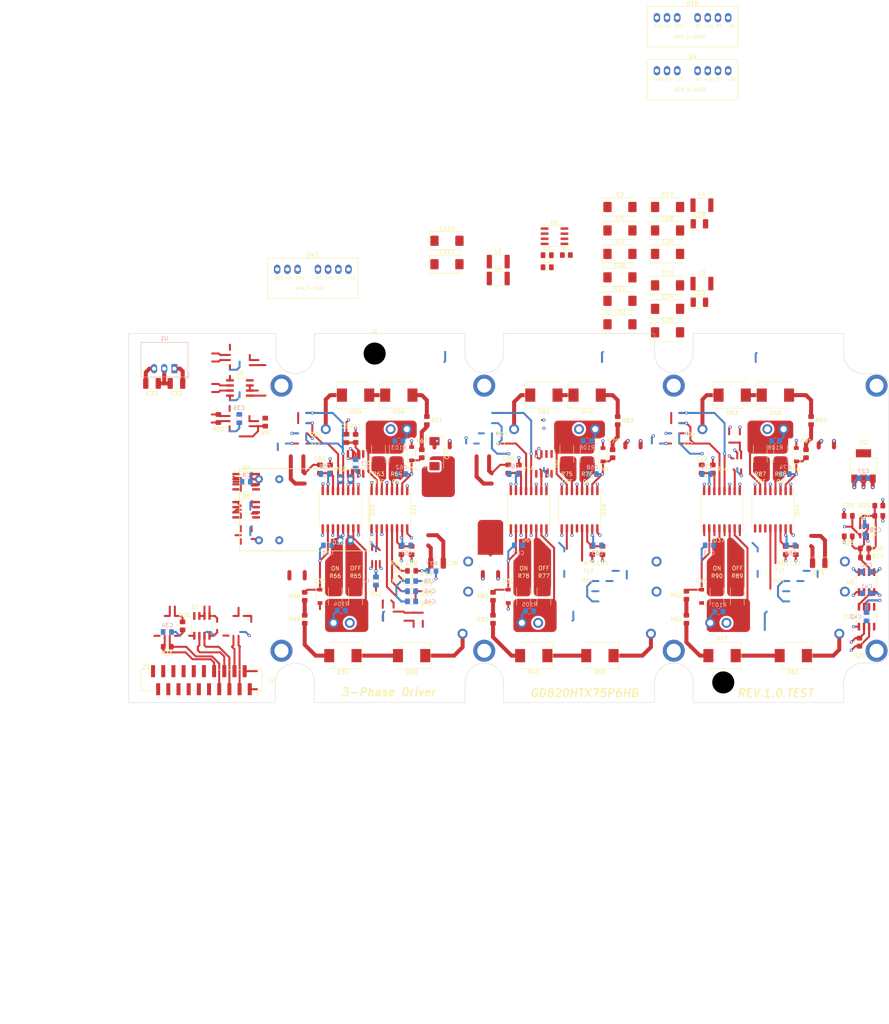
<source format=kicad_pcb>
(kicad_pcb (version 20240108) (generator "pcbnew") (generator_version "8.0")
  (layers (0 "F.Cu" signal) (1 "In1.Cu" signal) (2 "In2.Cu" signal) (3 "In3.Cu" signal) (4 "In4.Cu" signal) (31 "B.Cu" signal) (34 "B.Paste" user) (35 "F.Paste" user) (36 "B.SilkS" user "B.Silkscreen") (37 "F.SilkS" user "F.Silkscreen") (38 "B.Mask" user) (39 "F.Mask" user) (44 "Edge.Cuts" user))
  (net 0 "")
  (net 1 "C1")
  (net 2 "C2")
  (net 3 "E1")
  (net 4 "E2")
  (net 5 "G1")
  (net 6 "G2")
  (net 7 "T1")
  (net 8 "T2")
  (net 9 "C3")
  (net 10 "C4")
  (net 11 "E3")
  (net 12 "E4")
  (net 13 "G3")
  (net 14 "G4")
  (net 15 "T3")
  (net 16 "T4")
  (net 17 "C5")
  (net 18 "C6")
  (net 19 "E5")
  (net 20 "E6")
  (net 21 "G5")
  (net 22 "G6")
  (net 23 "T5")
  (net 24 "T6")
  (net 25 "GND")
  (net 26 "Net-(D1-Y)")
  (net 27 "FLT_H1")
  (net 28 "FLT_L1")
  (net 29 "RDY_L1")
  (net 30 "RDY_H1")
  (net 31 "Net-(U11-+)")
  (net 32 "Net-(U5-VIA)")
  (net 33 "+15V")
  (net 34 "Net-(D32-DESAT)")
  (net 35 "+3.3VA")
  (net 36 "Net-(D31-DESAT)")
  (net 38 "+3V3")
  (net 39 "Net-(D4-Vin)")
  (net 40 "PWM2_H_P")
  (net 41 "PWM2_H_N")
  (net 42 "Net-(D10-Vin)")
  (net 43 "FLT_H2")
  (net 44 "FLT_L2")
  (net 45 "RDY_L2")
  (net 46 "RDY_H2")
  (net 47 "FLT_H3")
  (net 48 "FLT_L3")
  (net 49 "RDY_L3")
  (net 50 "RDY_H3")
  (net 51 "unconnected-(J2-Pad20)")
  (net 52 "PWM2_L_P")
  (net 53 "PWM2_L_N")
  (net 56 "ERR_P")
  (net 57 "ERR_N")
  (net 59 "PWM1_L_P")
  (net 60 "PWM1_L_N")
  (net 63 "PWM3_H_P")
  (net 64 "PWM3_H_N")
  (net 65 "PWM1_H_P")
  (net 66 "PWM1_H_N")
  (net 67 "PWM3_L_P")
  (net 68 "PWM3_L_N")
  (net 69 "Temp_P")
  (net 70 "Temp_N")
  (net 71 "Net-(D12-A)")
  (net 72 "Net-(D13-A)")
  (net 73 "-15V_L1")
  (net 75 "Net-(D20-DI)")
  (net 76 "+15V_L1")
  (net 77 "+15V_H1")
  (net 78 "-15V_H1")
  (net 79 "+15V_H2")
  (net 80 "-15V_H2")
  (net 81 "+15V_H3")
  (net 82 "-15V_H3")
  (net 83 "PWM_L1")
  (net 84 "PWM_H1")
  (net 85 "Net-(D35-K)")
  (net 86 "Net-(D35-A)")
  (net 87 "Net-(D36-K)")
  (net 88 "Net-(D36-A)")
  (net 89 "PWM_L2")
  (net 90 "PWM_H2")
  (net 91 "Net-(D41-K)")
  (net 92 "Net-(D41-A)")
  (net 93 "PWM_L3")
  (net 94 "Net-(D42-K)")
  (net 95 "Net-(D42-A)")
  (net 96 "PWM_H3")
  (net 97 "Net-(D47-K)")
  (net 98 "Net-(D47-A)")
  (net 99 "Net-(D48-K)")
  (net 100 "Net-(D48-A)")
  (net 101 "Net-(D43-Vin)")
  (net 102 "Net-(C108-Pad1)")
  (net 103 "Net-(R67-Pad1)")
  (net 104 "Net-(R68-Pad1)")
  (net 105 "Net-(R79-Pad1)")
  (net 106 "Net-(R80-Pad1)")
  (net 107 "Net-(R91-Pad1)")
  (net 108 "Net-(R92-Pad1)")
  (net 113 "Net-(D32-~{RST})")
  (net 114 "Net-(D32-OUTH)")
  (net 115 "Net-(D32-OUTL)")
  (net 116 "Net-(D31-~{RST})")
  (net 117 "Net-(D31-OUTH)")
  (net 118 "Net-(D31-OUTL)")
  (net 119 "Net-(D64-~{RST})")
  (net 120 "Net-(D39-K)")
  (net 121 "Net-(D64-OUTH)")
  (net 122 "Net-(D64-OUTL)")
  (net 123 "Net-(D38-~{RST})")
  (net 124 "Net-(D38-DESAT)")
  (net 125 "Net-(D38-OUTH)")
  (net 126 "Net-(D38-OUTL)")
  (net 127 "Net-(D37-~{RST})")
  (net 128 "Net-(D37-DESAT)")
  (net 129 "Net-(D37-OUTH)")
  (net 130 "Net-(D37-OUTL)")
  (net 131 "Net-(D44-~{RST})")
  (net 132 "Net-(D44-DESAT)")
  (net 133 "Net-(D44-OUTH)")
  (net 134 "Net-(D44-OUTL)")
  (net 137 "FLT")
  (net 138 "RDY")
  (footprint "Resistor_SMD:R_0805_2012Metric_Pad1.20x1.40mm_HandSolder" (layer "F.Cu") (at 160.655 69.215 -90)
    (property "Reference" "R83")
    (property "Value" "0")
  )
  (footprint "Resistor_SMD:R_2512_6332Metric_Pad1.40x3.35mm_HandSolder" (layer "F.Cu") (at 185.42 113.03 90)
    (property "Reference" "R90")
    (property "Value" "3")
  )
  (footprint "Resistor_SMD:R_0805_2012Metric_Pad1.20x1.40mm_HandSolder" (layer "F.Cu") (at 82.55 113.03 90)
    (property "Reference" "R68")
    (property "Value" "1.1k")
  )
  (footprint "Diode_SMD:D_SMC" (layer "F.Cu") (at 92.075 127.8128 180)
    (property "Reference" "D35")
    (property "Value" "MURS360T3G")
  )
  (footprint "Resistor_SMD:R_2512_6332Metric_Pad1.40x3.35mm_HandSolder" (layer "F.Cu") (at 100.965 77.47 -90)
    (property "Reference" "R63")
    (property "Value" "3")
  )
  (footprint "Diode_SMD:D_SMC" (layer "F.Cu") (at 139.7 127.8128 180)
    (property "Reference" "D41")
    (property "Value" "MURS360T3G")
  )
  (footprint "Resistor_SMD:R_0805_2012Metric_Pad1.20x1.40mm_HandSolder" (layer "F.Cu") (at 208.915 69.215 -90)
    (property "Reference" "R95")
    (property "Value" "0")
  )
  (footprint "Mornsun:URA_ZP-6WR3" (layer "F.Cu") (at 82.55 91.44 -90)
    (property "Reference" "D50")
    (property "Value" "URA2415ZP-6WR3")
  )
  (footprint "Capacitor_SMD:C_1210_3225Metric_Pad1.33x2.70mm_HandSolder" (layer "F.Cu") (at 44.45 59.944)
    (property "Reference" "C33")
    (property "Value" "22u")
  )
  (footprint "Resistor_SMD:R_0805_2012Metric_Pad1.20x1.40mm_HandSolder" (layer "F.Cu") (at 147.844 27.94)
    (property "Reference" "R1")
    (property "Value" "120")
  )
  (footprint "Capacitor_Tantalum_SMD:CP_EIA-7343-31_Kemet-D" (layer "F.Cu") (at 173.106 41.352)
    (property "Reference" "C14")
    (property "Value" "10u")
  )
  (footprint "Capacitor_SMD:C_0805_2012Metric_Pad1.18x1.45mm_HandSolder" (layer "F.Cu") (at 143.064 27.97)
    (property "Reference" "C1")
    (property "Value" "2.2u")
  )
  (footprint "Diode_SMD:D_SMC" (layer "F.Cu") (at 200.025 62.865)
    (property "Reference" "D48")
    (property "Value" "MURS360T3G")
  )
  (footprint "Mornsun:WRA_S-3WR2" (layer "F.Cu") (at 179.324 -18.022)
    (property "Reference" "D4")
    (property "Value" "WRA1215S-3WR2")
  )
  (footprint "Capacitor_SMD:C_0805_2012Metric_Pad1.18x1.45mm_HandSolder" (layer "F.Cu") (at 218.186 92.964 180)
    (property "Reference" "C29")
    (property "Value" "10n")
  )
  (footprint "Resistor_SMD:R_0805_2012Metric_Pad1.20x1.40mm_HandSolder" (layer "F.Cu") (at 222.25 103.378 180)
    (property "Reference" "R27")
    (property "Value" "10k")
  )
  (footprint "Resistor_SMD:R_0805_2012Metric_Pad1.20x1.40mm_HandSolder" (layer "F.Cu") (at 154.305 101.6 90)
    (property "Reference" "R73")
    (property "Value" "120")
  )
  (footprint "LED_SMD:LED_0805_2012Metric_Pad1.15x1.40mm_HandSolder" (layer "F.Cu") (at 109.22 106.68)
    (property "Reference" "D12")
    (property "Value" "FLT")
  )
  (footprint "Package_SO:SOIC-8_3.9x4.9mm_P1.27mm" (layer "F.Cu") (at 95.25 80.01 -90)
    (property "Reference" "D3")
    (property "Value" "ADM3485E")
  )
  (footprint "Capacitor_Tantalum_SMD:CP_EIA-3528-21_Kemet-B" (layer "F.Cu") (at 181.046 39.702)
    (property "Reference" "C15")
    (property "Value" "1u")
  )
  (footprint "Capacitor_SMD:C_0805_2012Metric_Pad1.18x1.45mm_HandSolder" (layer "F.Cu") (at 222.25 101.092 180)
    (property "Reference" "C30")
    (property "Value" "56p")
  )
  (footprint "Resistor_SMD:R_0805_2012Metric_Pad1.20x1.40mm_HandSolder" (layer "F.Cu") (at 109.22 114.3)
    (property "Reference" "R40")
    (property "Value" "30k")
  )
  (footprint "Package_SO:SOIC-16W_7.5x10.3mm_P1.27mm" (layer "F.Cu") (at 91.4908 91.44 90)
    (property "Reference" "D32")
    (property "Value" "NSI6651")
  )
  (footprint "Diode_SMD:D_SMC" (layer "F.Cu") (at 109.22 127.8128 180)
    (property "Reference" "D58")
    (property "Value" "MURS360T3G")
  )
  (footprint "Capacitor_Tantalum_SMD:CP_EIA-7343-31_Kemet-D" (layer "F.Cu") (at 173.106 35.502)
    (property "Reference" "C13")
    (property "Value" "47u")
  )
  (footprint "Resistor_SMD:R_0805_2012Metric_Pad1.20x1.40mm_HandSolder" (layer "F.Cu") (at 72.6948 69.596 -90)
    (property "Reference" "R9")
    (property "Value" "120")
  )
  (footprint "Capacitor_SMD:C_0805_2012Metric_Pad1.18x1.45mm_HandSolder" (layer "F.Cu") (at 86.36 81.28 -90)
    (property "Reference" "C60")
    (property "Value" "56p")
  )
  (footprint "Resistor_SMD:R_0805_2012Metric_Pad1.20x1.40mm_HandSolder" (layer "F.Cu") (at 52.07 120.396 90)
    (property "Reference" "R10")
    (property "Value" "120")
  )
  (footprint "Capacitor_SMD:C_0805_2012Metric_Pad1.18x1.45mm_HandSolder" (layer "F.Cu") (at 133.35 81.28 -90)
    (property "Reference" "C66")
    (property "Value" "56p")
  )
  (footprint "Resistor_SMD:R_2512_6332Metric_Pad1.40x3.35mm_HandSolder" (layer "F.Cu") (at 201.295 77.47 -90)
    (property "Reference" "R88")
    (property "Value" "3")
  )
  (footprint "Diode_SMD:D_SMC" (layer "F.Cu") (at 95.25 62.865)
    (property "Reference" "D59")
    (property "Value" "MURS360T3G")
  )
  (footprint "Capacitor_SMD:C_0805_2012Metric_Pad1.18x1.45mm_HandSolder" (layer "F.Cu") (at 92.964 73.66 90)
    (property "Reference" "C5")
    (property "Value" "2.2u")
  )
  (footprint "Resistor_SMD:R_0805_2012Metric_Pad1.20x1.40mm_HandSolder" (layer "F.Cu") (at 184.404 81.28 -90)
    (property "Reference" "R86")
    (property "Value" "120")
  )
  (footprint "Capacitor_SMD:C_0805_2012Metric_Pad1.18x1.45mm_HandSolder" (layer "F.Cu") (at 109.22 101.6 90)
    (property "Reference" "C59")
    (property "Value" "56p")
  )
  (footprint "Resistor_SMD:R_0805_2012Metric_Pad1.20x1.40mm_HandSolder" (layer "F.Cu") (at 100.33 109.22 90)
    (property "Reference" "R12")
    (property "Value" "120")
  )
  (footprint "Capacitor_Tantalum_SMD:CP_EIA-7343-31_Kemet-D" (layer "F.Cu") (at 114.935 77.47 -90)
    (property "Reference" "C77")
    (property "Value" "47u")
  )
  (footprint "Resistor_SMD:R_0805_2012Metric_Pad1.20x1.40mm_HandSolder" (layer "F.Cu") (at 88.9 81.28 -90)
    (property "Reference" "R62")
    (property "Value" "120")
  )
  (footprint "Resistor_SMD:R_2512_6332Metric_Pad1.40x3.35mm_HandSolder" (layer "F.Cu") (at 137.16 113.03 90)
    (property "Reference" "R78")
    (property "Value" "3")
  )
  (footprint "Package_SO:SOIC-8_3.9x4.9mm_P1.27mm" (layer "F.Cu") (at 144.884 23.24)
    (property "Reference" "D5")
    (property "Value" "ADM3485E")
  )
  (footprint "Package_TO_SOT_SMD:SOT-23-5" (layer "F.Cu") (at 222.123 96.774 -90)
    (property "Reference" "U11")
    (property "Value" "LMV7219M5")
  )
  (footprint "Capacitor_Tantalum_SMD:CP_EIA-3528-21_Kemet-B" (layer "F.Cu") (at 210.82 104.775 180)
    (property "Reference" "C75")
    (property "Value" "1u")
  )
  (footprint "Diode_SMD:D_SOD-123" (layer "F.Cu") (at 205.232 77.724 90)
    (property "Reference" "D46")
    (property "Value" "MMSZ5240B")
  )
  (footprint "Resistor_SMD:R_0805_2012Metric_Pad1.20x1.40mm_HandSolder" (layer "F.Cu") (at 177.8 118.745 90)
    (property "Reference" "R93")
    (property "Value" "0")
  )
  (footprint "Capacitor_Tantalum_SMD:CP_EIA-7343-31_Kemet-D" (layer "F.Cu") (at 173.106 21.802)
    (property "Reference" "C18")
    (property "Value" "10u")
  )
  (footprint "Resistor_SMD:R_0805_2012Metric_Pad1.20x1.40mm_HandSolder" (layer "F.Cu") (at 111.76 77.47 -90)
    (property "Reference" "R67")
    (property "Value" "1.1k")
  )
  (footprint "Package_SO:SOIC-16W_7.5x10.3mm_P1.27mm" (layer "F.Cu") (at 103.6828 91.44 -90)
    (property "Reference" "D31")
    (property "Value" "NSI6651")
  )
  (footprint "Inductor_SMD:L_1812_4532Metric_Pad1.30x3.40mm_HandSolder" (layer "F.Cu") (at 181.671 35.052)
    (property "Reference" "L3")
    (property "Value" "4.7u")
  )
  (footprint "LED_SMD:LED_0805_2012Metric_Pad1.15x1.40mm_HandSolder" (layer "F.Cu") (at 109.22 109.22)
    (property "Reference" "D13")
    (property "Value" "RDY")
  )
  (footprint "Capacitor_Tantalum_SMD:CP_EIA-7343-31_Kemet-D" (layer "F.Cu") (at 173.106 47.202)
    (property "Reference" "C16")
    (property "Value" "47u")
  )
  (footprint "Package_SO:SOIC-16W_7.5x10.3mm_P1.27mm" (layer "F.Cu") (at 138.43 91.44 90)
    (property "Reference" "D64")
    (property "Value" "NSI6651")
  )
  (footprint "Mornsun:WRA_S-3WR2" (layer "F.Cu") (at 84.582 31.496)
    (property "Reference" "D43")
    (property "Value" "WRA1215S-3WR2")
  )
  (footprint "Capacitor_Tantalum_SMD:CP_EIA-7343-31_Kemet-D" (layer "F.Cu") (at 161.216 21.802)
    (property "Reference" "C4")
    (property "Value" "47u")
  )
  (footprint "Resistor_SMD:R_0805_2012Metric_Pad1.20x1.40mm_HandSolder" (layer "F.Cu") (at 106.68 101.6 90)
    (property "Reference" "R61")
    (property "Value" "120")
  )
  (footprint "Capacitor_SMD:C_0805_2012Metric_Pad1.18x1.45mm_HandSolder" (layer "F.Cu") (at 156.845 101.6 90)
    (property "Reference" "C65")
    (property "Value" "56p")
  )
  (footprint "Capacitor_Tantalum_SMD:CP_EIA-7343-31_Kemet-D" (layer "F.Cu") (at 161.216 39.352)
    (property "Reference" "C11")
    (property "Value" "47u")
  )
  (footprint "Capacitor_SMD:C_1210_3225Metric_Pad1.33x2.70mm_HandSolder" (layer "F.Cu") (at 115.57 104.775 180)
    (property "Reference" "C76")
    (property "Value" "1u")
  )
  (footprint "Capacitor_Tantalum_SMD:CP_EIA-3528-21_Kemet-B" (layer "F.Cu") (at 181.046 20.152)
    (property "Reference" "C19")
    (property "Value" "1u")
  )
  (footprint "Inductor_SMD:L_1812_4532Metric_Pad1.30x3.40mm_HandSolder" (layer "F.Cu") (at 181.671 15.502)
    (property "Reference" "L4")
    (property "Value" "4.7u")
  )
  (footprint "Resistor_SMD:R_2512_6332Metric_Pad1.40x3.35mm_HandSolder" (layer "F.Cu") (at 105.41 77.47 -90)
    (property "Reference" "R64")
    (property "Value" "3")
  )
  (footprint "Package_SO:SOIC-8_3.9x4.9mm_P1.27mm" (layer "F.Cu") (at 222.758 109.474 -90)
    (property "Reference" "U5")
    (property "Value" "ADuM1200AR")
  )
  (footprint "Diode_SMD:D_SMC" (layer "F.Cu") (at 156.21 127.8128 180)
    (property "Reference" "D60")
    (property "Value" "MURS360T3G")
  )
  (footprint "Diode_SMD:D_SMC" (layer "F.Cu") (at 142.24 62.865)
    (property "Reference" "D62")
    (property "Value" "MURS360T3G")
  )
  (footprint "Resistor_SMD:R_0805_2012Metric_Pad1.20x1.40mm_HandSolder" (layer "F.Cu") (at 220.98 124.46 90)
    (property "Reference" "R29")
    (property "Value" "120")
  )
  (footprint "Diode_SMD:D_SOD-123" (layer "F.Cu") (at 156.972 77.724 90)
    (property "Reference" "D40")
    (property "Value" "MMSZ5240B")
  )
  (footprint "Resistor_SMD:R_2512_6332Metric_Pad1.40x3.35mm_HandSolder" (layer "F.Cu") (at 95.25 113.03 90)
    (property "Reference" "R65")
    (property "Value" "3")
  )
  (footprint "Diode_SMD:D_SOD-123" (layer "F.Cu") (at 181.61 113.03 -90)
    (property "Reference" "D45")
    (property "Value" "MMSZ5240B")
  )
  (footprint "Package_SO:SOIC-8_3.9x4.9mm_P1.27mm" (layer "F.Cu") (at 67.945 91.44)
    (property "Reference" "D8")
    (property "Value" "ADM3485E")
  )
  (footprint "Diode_SMD:D_SMC" (layer "F.Cu") (at 204.47 127.8128 180)
    (property "Reference" "D61")
    (property "Value" "MURS360T3G")
  )
  (footprint "Capacitor_SMD:C_0805_2012Metric_Pad1.18x1.45mm_HandSolder" (layer "F.Cu") (at 181.61 81.28 -90)
    (property "Reference" "C72")
    (property "Value" "56p")
  )
  (footprint "Package_TO_SOT_SMD:SOT-223" (layer "F.Cu") (at 221.996 80.518 90)
    (property "Reference" "U2")
    (property "Value" "LM1117GS-3.3")
  )
  (footprint "Resistor_SMD:R_0805_2012Metric_Pad1.20x1.40mm_HandSolder" (layer "F.Cu") (at 207.645 77.47 -90)
    (property "Reference" "R91")
    (property "Value" "1.1k")
  )
  (footprint "Diode_SMD:D_SMC" (layer "F.Cu") (at 189.23 62.865)
    (property "Reference" "D63")
    (property "Value" "MURS360T3G")
  )
  (footprint "Diode_SMD:D_SOD-123" (layer "F.Cu") (at 109.22 77.47 90)
    (property "Reference" "D34")
    (property "Value" "MMSZ5240B")
  )
  (footprint "Resistor_SMD:R_2512_6332Metric_Pad1.40x3.35mm_HandSolder" (layer "F.Cu") (at 190.5 113.03 90)
    (property "Reference" "R89")
    (property "Value" "3")
  )
  (footprint "Resistor_SMD:R_0805_2012Metric_Pad1.20x1.40mm_HandSolder" (layer "F.Cu") (at 61.0108 68.691 90)
    (property "Reference" "R30")
    (property "Value" "120")
  )
  (footprint "Package_SO:SOIC-16W_7.5x10.3mm_P1.27mm" (layer "F.Cu") (at 199.39 91.44 -90)
    (property "Reference" "D44")
    (property "Value" "NSI6651")
  )
  (footprint "Capacitor_SMD:C_1210_3225Metric_Pad1.33x2.70mm_HandSolder" (layer "F.Cu") (at 50.546 59.944 180)
    (property "Reference" "C32")
    (property "Value" "10u")
  )
  (footprint "Resistor_SMD:R_0805_2012Metric_Pad1.20x1.40mm_HandSolder" (layer "F.Cu") (at 48.244 125.603 180)
    (property "Reference" "R31")
    (property "Value" "120")
  )
  (footprint "Resistor_SMD:R_0805_2012Metric_Pad1.20x1.40mm_HandSolder" (layer "F.Cu") (at 109.22 111.76)
    (property "Reference" "R39")
    (property "Value" "30k")
  )
  (footprint "Diode_SMD:D_SOD-123" (layer "F.Cu") (at 133.35 113.03 -90)
    (property "Reference" "D39")
    (property "Value" "MMSZ5240B")
  )
  (footprint "Resistor_SMD:R_0805_2012Metric_Pad1.20x1.40mm_HandSolder" (layer "F.Cu") (at 95.25 73.66 -90)
    (property "Reference" "R11")
    (property "Value" "120")
  )
  (footprint "Inductor_SMD:L_1812_4532Metric_Pad1.30x3.40mm_HandSolder" (layer "F.Cu") (at 130.8465 29.572)
    (property "Reference" "L1")
    (property "Value" "4.7u")
  )
  (footprint "MountingHole:MountingHole_3.2mm_M3" (layer "F.Cu") (at 43.908 92.51)
    (property "Reference" "H1" (hide yes))
    (property "Value" "MountingHole")
  )
  (footprint "Capacitor_Tantalum_SMD:CP_EIA-7343-31_Kemet-D" (layer "F.Cu") (at 118.0455 24.376)
    (property "Reference" "C110")
    (property "Value" "10u")
  )
  (footprint "Package_SO:SOIC-8_3.9x4.9mm_P1.27mm" (layer "F.Cu") (at 67.945 84.455)
    (property "Reference" "D2")
    (property "Value" "ADM3485E")
  )
  (footprint "Resistor_SMD:R_0805_2012Metric_Pad1.20x1.40mm_HandSolder" (layer "F.Cu") (at 129.54 113.03 90)
    (property "Reference" "R80")
    (property "Value" "1.1k")
  )
  (footprint "Resistor_SMD:R_0805_2012Metric_Pad1.20x1.40mm_HandSolder" (layer "F.Cu") (at 159.385 77.47 -90)
    (property "Reference" "R79")
    (property "Value" "1.1k")
  )
  (footprint "Connector_My:2-338069-0" (layer "F.Cu") (at 68.834 131.6892 180)
    (property "Reference" "J2")
    (property "Value" "2-338069-0" (hide yes))
  )
  (footprint "Resistor_SMD:R_0805_2012Metric_Pad1.20x1.40mm_HandSolder" (layer "F.Cu") (at 225.806 92.964 180)
    (property "Reference" "R26")
    (property "Value" "10k")
  )
  (footprint "Package_SO:SOIC-8_3.9x4.9mm_P1.27mm" (layer "F.Cu") (at 66.3702 61.087 180)
    (property "Reference" "D6")
    (property "Value" "ADM3485E")
  )
  (footprint "Resistor_SMD:R_0805_2012Metric_Pad1.20x1.40mm_HandSolder" (layer "F.Cu") (at 82.55 118.745 90)
    (property "Reference" "R69")
    (property "Value" "0")
  )
  (footprint "Resistor_SMD:R_0805_2012Metric_Pad1.20x1.40mm_HandSolder" (layer "F.Cu") (at 136.017 81.28 -90)
    (property "Reference" "R74")
    (property "Value" "120")
  )
  (footprint "Capacitor_Tantalum_SMD:CP_EIA-7343-31_Kemet-D" (layer "F.Cu") (at 118.0455 30.226)
    (property "Reference" "C111")
    (property "Value" "47u")
  )
  (footprint "Capacitor_SMD:C_0805_2012Metric_Pad1.18x1.45mm_HandSolder" (layer "F.Cu") (at 143.064 30.98)
    (property "Reference" "C2")
    (property "Value" "2.2u")
  )
  (footprint "Package_SO:SOIC-8_3.9x4.9mm_P1.27mm" (layer "F.Cu") (at 56.896 120.396 -90)
    (property "Reference" "D7")
    (property "Value" "ADM3485E")
  )
  (footprint "Mornsun:WRA_S-3WR2" (layer "F.Cu") (at 179.324 -31.242)
    (property "Reference" "D10")
    (property "Value" "WRA1215S-3WR2")
  )
  (footprint "Resistor_SMD:R_0805_2012Metric_Pad1.20x1.40mm_HandSolder" (layer "F.Cu") (at 177.8 112.76 90)
    (property "Reference" "R92")
    (property "Value" "1.1k")
  )
  (footprint "Capacitor_Tantalum_SMD:CP_EIA-7343-31_Kemet-D" (layer "F.Cu") (at 173.106 27.652)
    (property "Reference" "C20")
    (property "Value" "47u")
  )
  (footprint "Resistor_SMD:R_2512_6332Metric_Pad1.40x3.35mm_HandSolder" (layer "F.Cu") (at 153.035 77.47 -90)
    (property "Reference" "R76")
    (property "Value" "3")
  )
  (footprint "Inductor_SMD:L_1812_4532Metric_Pad1.30x3.40mm_HandSolder" (layer "F.Cu") (at 130.8465 33.782)
    (property "Reference" "L2")
    (property "Value" "4.7u")
  )
  (footprint "IGBT_Modul:GD820HTX75P6HB" (layer "F.Cu") (at 100 52.5)
    (property "Reference" "J1")
    (property "Value" "GD820HTX75P6HB")
  )
  (footprint "Resistor_SMD:R_0805_2012Metric_Pad1.20x1.40mm_HandSolder" (layer "F.Cu") (at 202.565 101.6 90)
    (property "Reference" "R85")
    (property "Value" "120")
  )
  (footprint "Package_SO:SOIC-8_3.9x4.9mm_P1.27mm" (layer "F.Cu") (at 142.24 80.01 -90)
    (property "Reference" "D9")
    (property "Value" "ADM3485E")
  )
  (footprint "Resistor_SMD:R_2512_6332Metric_Pad1.40x3.35mm_HandSolder" (layer "F.Cu") (at 147.955 77.47 -90)
    (property "Reference" "R75")
    (property "Value" "3")
  )
  (footprint "Resistor_SMD:R_2512_6332Metric_Pad1.40x3.35mm_HandSolder" (layer "F.Cu") (at 90.17 113.03 90)
    (property "Reference" "R66")
    (property "Value" "3")
  )
  (footprint "Resistor_SMD:R_0805_2012Metric_Pad1.20x1.40mm_HandSolder" (layer "F.Cu") (at 113.03 69.215 -90)
    (property "Reference" "R71")
    (property "Value" "0")
  )
  (footprint "Diode_SMD:D_SMC" (layer "F.Cu") (at 153.035 62.865)
    (property "Reference" "D42")
    (property "Value" "MURS360T3G")
  )
  (footprint "Package_SO:SOIC-16W_7.5x10.3mm_P1.27mm" (layer "F.Cu") (at 151.13 91.44 -90)
    (property "Reference" "D38")
    (property "Value" "NSI6651")
  )
  (footprint "Capacitor_Tantalum_SMD:CP_EIA-7343-31_Kemet-D" (layer "F.Cu") (at 161.216 27.652)
    (property "Reference" "C9")
    (property "Value" "47u")
  )
  (footprint "Capacitor_Tantalum_SMD:CP_EIA-7343-31_Kemet-D" (layer "F.Cu") (at 161.216 45.202)
    (property "Reference" "C12")
    (property "Value" "47u")
  )
  (footprint "Diode_SMD:D_SOD-123" (layer "F.Cu") (at 86.36 113.03 -90)
    (property "Reference" "D33")
    (property "Value" "MMSZ5240B")
  )
  (footprint "Capacitor_Tantalum_SMD:CP_EIA-7343-31_Kemet-D" (layer "F.Cu") (at 161.216 15.952)
    (property "Reference" "C3")
    (property "Value" "47u")
  )
  (footprint "Diode_SMD:D_SMC" (layer "F.Cu") (at 106.045 62.865)
    (property "Reference" "D36")
    (property "Value" "MURS360T3G")
  )
  (footprint "Resistor_SMD:R_0805_2012Metric_Pad1.20x1.40mm_HandSolder" (layer "F.Cu") (at 225.806 90.424)
    (property "Reference" "R25")
    (property "Value" "10k")
  )
  (footprint "Capacitor_Tantalum_SMD:CP_EIA-7343-31_Kemet-D" (layer "F.Cu") (at 173.106 15.952)
    (property "Reference" "C17")
    (property "Value" "47u")
  )
  (footprint "Resistor_SMD:R_2512_6332Metric_Pad1.40x3.35mm_HandSolder" (layer "F.Cu") (at 196.215 77.47 -90)
    (property "Reference" "R87")
    (property "Value" "3")
  )
  (footprint "Capacitor_Tantalum_SMD:CP_EIA-7343-31_Kemet-D" (layer "F.Cu") (at 161.216 33.502)
    (property "Reference" "C10")
    (property "Value" "47u")
  )
  (footprint "Capacitor_SMD:C_0805_2012Metric_Pad1.18x1.45mm_HandSolder" (layer "F.Cu") (at 205.105 101.6 90)
    (property "Reference" "C71")
    (property "Value" "56p")
  )
  (footprint "Diode_SMD:D_SMC" (layer "F.Cu") (at 186.69 127.8128 180)
    (property "Reference" "D47")
    (property "Value" "MURS360T3G")
  )
  (footprint "Resistor_SMD:R_0805_2012Metric_Pad1.20x1.40mm_HandSolder" (layer "F.Cu") (at 218.186 98.044 180)
    (property "Reference" "R28")
    (property "Value" "2.2k")
  )
  (footprint "Resistor_SMD:R_2512_6332Metric_Pad1.40x3.35mm_HandSolder" (layer "F.Cu") (at 142.24 113.03 90)
    (property "Reference" "R77")
    (property "Value" "3")
  )
  (footprint "Package_SO:SOIC-8_3.9x4.9mm_P1.27mm" (layer "F.Cu") (at 222.758 118.11 -90)
    (property "Reference" "D20")
    (property "Value" "ADM3485E")
  )
  (footprint "Package_SO:SOIC-16W_7.5x10.3mm_P1.27mm" (layer "F.Cu") (at 186.6646 91.44 90)
    (property "Reference" "D37")
    (property "Value" "NSI6651")
  )
  (footprint "Resistor_SMD:R_0805_2012Metric_Pad1.20x1.40mm_HandSolder" (layer "F.Cu") (at 129.54 118.745 90)
    (property "Reference" "R81")
    (property "Value" "0")
  )
  (footprint "Capacitor_SMD:C_0805_2012Metric_Pad1.18x1.45mm_HandSolder" (layer "B.Cu") (at 100.33 109.22 -90)
    (property "Reference" "C6")
    (property "Value" "2.2u")
  )
  (footprint "Resistor_SMD:R_0805_2012Metric_Pad1.20x1.40mm_HandSolder" (layer "B.Cu") (at 138.684 116.713 180)
    (property "Reference" "R105")
    (property "Value" "10k")
  )
  (footprint "Capacitor_SMD:C_0805_2012Metric_Pad1.18x1.45mm_HandSolder" (layer "B.Cu") (at 106.68 82.55 180)
    (property "Reference" "C62")
    (property "Value" "220p")
  )
  (footprint "Resistor_SMD:R_0805_2012Metric_Pad1.20x1.40mm_HandSolder" (layer "B.Cu") (at 114.3 106.68)
    (property "Reference" "R37")
    (property "Value" "330")
  )
  (footprint "Capacitor_SMD:C_0805_2012Metric_Pad1.18x1.45mm_HandSolder" (layer "B.Cu") (at 135.89 100.33)
    (property "Reference" "C67")
    (property "Value" "220p")
  )
  (footprint "Capacitor_SMD:C_0805_2012Metric_Pad1.18x1.45mm_HandSolder" (layer "B.Cu") (at 109.22 114.3)
    (property "Reference" "C46")
    (property "Value" "56p")
  )
  (footprint "Capacitor_SMD:C_0805_2012Metric_Pad1.18x1.45mm_HandSolder" (layer "B.Cu") (at 222.4285 96.5 90)
    (property "Reference" "C28")
    (property "Value" "2.2u")
  )
  (footprint "Capacitor_SMD:C_0805_2012Metric_Pad1.18x1.45mm_HandSolder" (layer "B.Cu") (at 183.515 100.33)
    (property "Reference" "C73")
    (property "Value" "220p")
  )
  (footprint "Capacitor_SMD:C_0805_2012Metric_Pad1.18x1.45mm_HandSolder" (layer "B.Cu") (at 107.95 100.33 180)
    (property "Reference" "C57")
    (property "Value" "0.1u")
  )
  (footprint "Capacitor_SMD:C_0805_2012Metric_Pad1.18x1.45mm_HandSolder" (layer "B.Cu") (at 66.2178 68.707 90)
    (property "Reference" "C35")
    (property "Value" "2.2u")
  )
  (footprint "Capacitor_SMD:C_0805_2012Metric_Pad1.18x1.45mm_HandSolder" (layer "B.Cu") (at 222.758 106.934 180)
    (property "Reference" "C40")
    (property "Value" "2.2u")
  )
  (footprint "Resistor_SMD:R_0805_2012Metric_Pad1.20x1.40mm_HandSolder" (layer "B.Cu") (at 200.025 74.295)
    (property "Reference" "R108")
    (property "Value" "10k")
  )
  (footprint "Resistor_SMD:R_0805_2012Metric_Pad1.20x1.40mm_HandSolder" (layer "B.Cu") (at 185.928 116.84 180)
    (property "Reference" "R107")
    (property "Value" "10k")
  )
  (footprint "Capacitor_SMD:C_0805_2012Metric_Pad1.18x1.45mm_HandSolder" (layer "B.Cu") (at 222.758 118.11 -90)
    (property "Reference" "C42")
    (property "Value" "2.2u")
  )
  (footprint "Capacitor_SMD:C_0805_2012Metric_Pad1.18x1.45mm_HandSolder" (layer "B.Cu") (at 67.945 84.455 180)
    (property "Reference" "C8")
    (property "Value" "2.2u")
  )
  (footprint "Capacitor_SMD:C_0805_2012Metric_Pad1.18x1.45mm_HandSolder" (layer "B.Cu") (at 87.63 82.55)
    (property "Reference" "C58")
    (property "Value" "0.1u")
  )
  (footprint "Resistor_SMD:R_0805_2012Metric_Pad1.20x1.40mm_HandSolder" (layer "B.Cu") (at 91.694 116.586 180)
    (property "Reference" "R104")
    (property "Value" "10k")
  )
  (footprint "Capacitor_SMD:C_0805_2012Metric_Pad1.18x1.45mm_HandSolder" (layer "B.Cu") (at 134.62 82.55)
    (property "Reference" "C64")
    (property "Value" "0.1u")
  )
  (footprint "Capacitor_SMD:C_0805_2012Metric_Pad1.18x1.45mm_HandSolder" (layer "B.Cu") (at 48.26 121.92 180)
    (property "Reference" "C34")
    (property "Value" "2.2u")
  )
  (footprint "Capacitor_SMD:C_0805_2012Metric_Pad1.18x1.45mm_HandSolder" (layer "B.Cu") (at 88.265 100.33)
    (property "Reference" "C61")
    (property "Value" "220p")
  )
  (footprint "Capacitor_SMD:C_0805_2012Metric_Pad1.18x1.45mm_HandSolder" (layer "B.Cu") (at 95.25 80.01 90)
    (property "Reference" "C7")
    (property "Value" "2.2u")
  )
  (footprint "Resistor_SMD:R_0805_2012Metric_Pad1.20x1.40mm_HandSolder" (layer "B.Cu") (at 109.22 109.22 180)
    (property "Reference" "R38")
    (property "Value" "330")
  )
  (footprint "Capacitor_SMD:C_0805_2012Metric_Pad1.18x1.45mm_HandSolder" (layer "B.Cu") (at 202.438 82.55 180)
    (property "Reference" "C74")
    (property "Value" "220p")
  )
  (footprint "Capacitor_SMD:C_0805_2012Metric_Pad1.18x1.45mm_HandSolder" (layer "B.Cu") (at 154.305 82.55 180)
    (property "Reference" "C68")
    (property "Value" "220p")
  )
  (footprint "Resistor_SMD:R_0805_2012Metric_Pad1.20x1.40mm_HandSolder" (layer "B.Cu") (at 106.045 74.295)
    (property "Reference" "R103")
    (property "Value" "10k")
  )
  (footprint "Capacitor_SMD:C_0805_2012Metric_Pad1.18x1.45mm_HandSolder" (layer "B.Cu") (at 203.835 100.33 180)
    (property "Reference" "C69")
    (property "Value" "0.1u")
  )
  (footprint "Capacitor_SMD:C_0805_2012Metric_Pad1.18x1.45mm_HandSolder" (layer "B.Cu") (at 182.753 82.55)
    (property "Reference" "C70")
    (property "Value" "0.1u")
  )
  (footprint "Resistor_SMD:R_0805_2012Metric_Pad1.20x1.40mm_HandSolder" (layer "B.Cu") (at 153.035 74.295)
    (property "Reference" "R106")
    (property "Value" "10k")
  )
  (footprint "Converter_DCDC:Converter_DCDC_RECOM_R-78E-0.5_THT" (layer "B.Cu") (at 50.038 56.261 180)
    (property "Reference" "U1")
    (property "Value" "R-78E3.3-1.0")
  )
  (footprint "Capacitor_SMD:C_0805_2012Metric_Pad1.18x1.45mm_HandSolder" (layer "B.Cu") (at 155.575 100.33 180)
    (property "Reference" "C63")
    (property "Value" "0.1u")
  )
  (footprint "Capacitor_SMD:C_0805_2012Metric_Pad1.18x1.45mm_HandSolder" (layer "B.Cu") (at 222.758 112.268 180)
    (property "Reference" "C41")
    (property "Value" "2.2u")
  )
  (footprint "Capacitor_SMD:C_0805_2012Metric_Pad1.18x1.45mm_HandSolder" (layer "B.Cu") (at 221.996 83.566 180)
    (property "Reference" "C27")
    (property "Value" "2.2u")
  )
  (footprint "Capacitor_SMD:C_0805_2012Metric_Pad1.18x1.45mm_HandSolder" (layer "B.Cu") (at 109.22 111.76)
    (property "Reference" "C45")
    (property "Value" "56p")
  )
  (gr_line (start 169.855885 134.478683) (end 169.855 139.5) (stroke (width 0.1)) (layer "Edge.Cuts"))
  (gr_line (start 85 47.5) (end 85 52.7) (stroke (width 0.1)) (layer "Edge.Cuts"))
  (gr_line (start 179.455003 47.499997) (end 179.454118 52.521314) (stroke (width 0.1)) (layer "Edge.Cuts"))
  (gr_line (start 85 47.5) (end 122.555 47.5) (stroke (width 0.1)) (layer "Edge.Cuts"))
  (gr_line (start 75.399997 52.700003) (end 75.399997 47.500007) (stroke (width 0.1)) (layer "Edge.Cuts"))
  (gr_line (start 122.555885 134.478683) (end 122.555 139.5) (stroke (width 0.1)) (layer "Edge.Cuts"))
  (gr_arc (start 80.2 57.500003) (mid 76.805885 56.094117) (end 75.399997 52.700003) (stroke (width 0.1)) (layer "Edge.Cuts"))
  (gr_arc (start 222 57.5) (mid 218.464466 56.035534) (end 217 52.5) (stroke (width 0.1)) (layer "Edge.Cuts"))
  (gr_line (start 225.3234 129.635533) (end 222 129.635533) (stroke (width 0.1)) (layer "Edge.Cuts"))
  (gr_arc (start 169.855885 134.478683) (mid 171.261771 131.084568) (end 174.655885 129.67868) (stroke (width 0.1)) (layer "Edge.Cuts"))
  (gr_line (start 217 139.5) (end 217 134.635533) (stroke (width 0.1)) (layer "Edge.Cuts"))
  (gr_arc (start 75.205885 134.67868) (mid 76.670351 131.143146) (end 80.205885 129.67868) (stroke (width 0.1)) (layer "Edge.Cuts"))
  (gr_line (start 132.155003 47.499997) (end 132.154118 52.521314) (stroke (width 0.1)) (layer "Edge.Cuts"))
  (gr_line (start 122.555 47.5) (end 122.554115 52.521317) (stroke (width 0.1)) (layer "Edge.Cuts"))
  (gr_line (start 179.455003 47.499997) (end 217 47.5) (stroke (width 0.1)) (layer "Edge.Cuts"))
  (gr_line (start 179.455888 134.47868) (end 179.455003 139.499997) (stroke (width 0.1)) (layer "Edge.Cuts"))
  (gr_line (start 225.3234 57.5) (end 222 57.5) (stroke (width 0.1)) (layer "Edge.Cuts"))
  (gr_arc (start 122.555885 134.478683) (mid 123.961771 131.084568) (end 127.355885 129.67868) (stroke (width 0.1)) (layer "Edge.Cuts"))
  (gr_arc (start 225.3234 57.5) (mid 227.44472 58.37868) (end 228.3234 60.5) (stroke (width 0.1)) (layer "Edge.Cuts"))
  (gr_arc (start 127.354118 57.321317) (mid 123.960003 55.915431) (end 122.554115 52.521317) (stroke (width 0.1)) (layer "Edge.Cuts"))
  (gr_line (start 38.622197 139.5222) (end 75.205885 139.5222) (stroke (width 0.1)) (layer "Edge.Cuts"))
  (gr_line (start 228.3234 60.5) (end 228.3234 126.635533) (stroke (width 0.1)) (layer "Edge.Cuts"))
  (gr_arc (start 174.654118 57.321317) (mid 171.260003 55.915431) (end 169.854115 52.521317) (stroke (width 0.1)) (layer "Edge.Cuts"))
  (gr_arc (start 132.154118 52.521314) (mid 130.748232 55.915429) (end 127.354118 57.321317) (stroke (width 0.1)) (layer "Edge.Cuts"))
  (gr_arc (start 179.454118 52.521314) (mid 178.048232 55.915429) (end 174.654118 57.321317) (stroke (width 0.1)) (layer "Edge.Cuts"))
  (gr_arc (start 80.205885 129.67868) (mid 83.6 131.084566) (end 85.005888 134.47868) (stroke (width 0.1)) (layer "Edge.Cuts"))
  (gr_arc (start 85 52.7) (mid 83.594114 56.094115) (end 80.2 57.500003) (stroke (width 0.1)) (layer "Edge.Cuts"))
  (gr_arc (start 127.355885 129.67868) (mid 130.75 131.084566) (end 132.155888 134.47868) (stroke (width 0.1)) (layer "Edge.Cuts"))
  (gr_arc (start 217 134.635533) (mid 218.464466 131.099999) (end 222 129.635533) (stroke (width 0.1)) (layer "Edge.Cuts"))
  (gr_line (start 132.155888 134.47868) (end 132.155003 139.499997) (stroke (width 0.1)) (layer "Edge.Cuts"))
  (gr_line (start 132.155003 47.499997) (end 169.855 47.5) (stroke (width 0.1)) (layer "Edge.Cuts"))
  (gr_arc (start 228.3234 126.635533) (mid 227.44472 128.756853) (end 225.3234 129.635533) (stroke (width 0.1)) (layer "Edge.Cuts"))
  (gr_line (start 85.005888 134.47868) (end 85 139.5) (stroke (width 0.1)) (layer "Edge.Cuts"))
  (gr_line (start 132.155003 139.499997) (end 169.855 139.5) (stroke (width 0.1)) (layer "Edge.Cuts"))
  (gr_line (start 217 52.5) (end 217 47.5) (stroke (width 0.1)) (layer "Edge.Cuts"))
  (gr_line (start 38.622197 47.500007) (end 38.622197 139.5222) (stroke (width 0.1)) (layer "Edge.Cuts"))
  (gr_line (start 169.855 47.5) (end 169.854115 52.521317) (stroke (width 0.1)) (layer "Edge.Cuts"))
  (gr_arc (start 174.655885 129.67868) (mid 178.05 131.084566) (end 179.455888 134.47868) (stroke (width 0.1)) (layer "Edge.Cuts"))
  (gr_line (start 38.622197 47.500007) (end 75.399997 47.500007) (stroke (width 0.1)) (layer "Edge.Cuts"))
  (gr_line (start 75.205885 134.67868) (end 75.205885 139.5222) (stroke (width 0.1)) (layer "Edge.Cuts"))
  (gr_line (start 85 139.5) (end 122.555 139.5) (stroke (width 0.1)) (layer "Edge.Cuts"))
  (gr_line (start 179.455003 139.499997) (end 217 139.5) (stroke (width 0.1)) (layer "Edge.Cuts"))
  (gr_text "ON\n" (at 90.17 106.0704 0) (layer "F.SilkS") (effects (font (size 1 1))))
  (gr_text "OFF\n" (at 190.5508 106.0196 0) (layer "F.SilkS") (effects (font (size 1 1))))
  (gr_text "RDY" (at 153.162 109.22 0) (layer "F.SilkS") (effects (font (size 1 1))))
  (gr_text "FLT" (at 105.664 106.68 0) (layer "F.SilkS") (effects (font (size 1 1))))
  (gr_text "FLT" (at 178.308 75.184 0) (layer "F.SilkS") (effects (font (size 1 1))))
  (gr_text "FLT" (at 201.168 106.68 0) (layer "F.SilkS") (effects (font (size 1 1))))
  (gr_text "FLT" (at 153.416 106.68 0) (layer "F.SilkS") (effects (font (size 1 1))))
  (gr_text "OFF\n" (at 142.24 106.0196 0) (layer "F.SilkS") (effects (font (size 1 1))))
  (gr_text "RDY" (at 131.826 72.644 0) (layer "F.SilkS") (effects (font (size 1 1))))
  (gr_text "RDY" (at 200.914 109.22 0) (layer "F.SilkS") (effects (font (size 1 1))))
  (gr_text "RDY" (at 178.562 72.644 0) (layer "F.SilkS") (effects (font (size 1 1))))
  (gr_text "FLT" (at 131.572 75.184 0) (layer "F.SilkS") (effects (font (size 1 1))))
  (gr_text "FLT" (at 85.344 75.184 0) (layer "F.SilkS") (effects (font (size 1 1))))
  (gr_text "RDY" (at 85.344 72.644 0) (layer "F.SilkS") (effects (font (size 1 1))))
  (gr_text "REV.1.0.TEST" (at 200.025 137.16 0) (layer "F.SilkS") (effects (font (size 2 2) (thickness 0.3) (italic yes))))
  (gr_text "OFF\n" (at 148.0312 84.455 0) (layer "F.SilkS") (effects (font (size 1 1))))
  (gr_text "GD820HTX75P6HB" (at 152.4 137.16 0) (layer "F.SilkS") (effects (font (size 2 2) (thickness 0.3) (italic yes))))
  (gr_text "RDY" (at 105.664 109.22 0) (layer "F.SilkS") (effects (font (size 1 1))))
  (gr_text "ON\n" (at 152.9588 84.4804 0) (layer "F.SilkS") (effects (font (size 1 1))))
  (gr_text "OFF\n" (at 196.2404 84.455 0) (layer "F.SilkS") (effects (font (size 1 1))))
  (gr_text "OFF\n" (at 95.25 106.0196 0) (layer "F.SilkS") (effects (font (size 1 1))))
  (gr_text "ON\n" (at 201.3204 84.4296 0) (layer "F.SilkS") (effects (font (size 1 1))))
  (gr_text "3-Phase Driver" (at 103.505 136.906 0) (layer "F.SilkS") (effects (font (size 2 2) (thickness 0.3) (italic yes))))
  (gr_text "OFF\n" (at 100.9904 84.455 0) (layer "F.SilkS") (effects (font (size 1 1))))
  (gr_text "ON\n" (at 105.3592 84.4296 0) (layer "F.SilkS") (effects (font (size 1 1))))
  (gr_text "ON\n" (at 137.2108 106.045 0) (layer "F.SilkS") (effects (font (size 1 1))))
  (gr_text "ON\n" (at 185.42 106.045 0) (layer "F.SilkS") (effects (font (size 1 1))))
  (segment (start 96.2 78.66) (end 96.2 76.88) (width 0.5) (layer "F.Cu") (net 0))
  (segment (start 188.468 74.6975) (end 191.0975 74.6975) (width 0.5) (layer "F.Cu") (net 0))
  (segment (start 95.25 74.66) (end 95.25 75.93) (width 0.5) (layer "F.Cu") (net 0))
  (segment (start 96.2 76.88) (end 95.385 76.065) (width 0.5) (layer "F.Cu") (net 0))
  (segment (start 66.04 89.408) (end 66.04 89.935) (width 0.5) (layer "F.Cu") (net 0))
  (segment (start 66.04 89.935) (end 66.595 90.49) (width 0.5) (layer "F.Cu") (net 0))
  (segment (start 109.7655 117.11) (end 109.728 117.0725) (width 0.5) (layer "F.Cu") (net 0))
  (segment (start 66.595 84.455) (end 64.77 84.455) (width 0.5) (layer "F.Cu") (net 0))
  (segment (start 173.99 74.93) (end 172.72 74.93) (width 0.5) (layer "F.Cu") (net 0))
  (segment (start 191.135 76.581) (end 191.135 74.66) (width 0.5) (layer "F.Cu") (net 0))
  (segment (start 95.25 77.47) (end 93.98 76.2) (width 0.5) (layer "F.Cu") (net 0))
  (segment (start 109.6905 117.11) (end 109.728 117.0725) (width 0.5) (layer "F.Cu") (net 0))
  (segment (start 95.2125 74.6975) (end 95.25 74.66) (width 0.5) (layer "F.Cu") (net 0))
  (segment (start 69.215 117.983) (end 69.088 117.856) (width 0.5) (layer "F.Cu") (net 0))
  (segment (start 130.81 106.9725) (end 130.81 108.585) (width 1) (layer "F.Cu") (net 0))
  (segment (start 100.33 106.68) (end 100.33 108.22) (width 0.5) (layer "F.Cu") (net 0))
  (segment (start 92.964 74.6975) (end 95.2125 74.6975) (width 0.5) (layer "F.Cu") (net 0))
  (segment (start 65.532 91.44) (end 64.77 92.202) (width 0.5) (layer "F.Cu") (net 0))
  (segment (start 66.548 95.504) (end 66.595 95.551) (width 0.5) (layer "F.Cu") (net 0))
  (segment (start 127 106.9725) (end 127 108.585) (width 1) (layer "F.Cu") (net 0))
  (segment (start 191.45 78.66) (end 191.45 76.896) (width 0.5) (layer "F.Cu") (net 0))
  (segment (start 68.8452 55.388) (end 70.993 55.388) (width 0.5) (layer "F.Cu") (net 0))
  (segment (start 107.172 116.84) (end 107.442 117.11) (width 0.5) (layer "F.Cu") (net 0))
  (segment (start 172.72 72.39) (end 173.99 72.39) (width 0.5) (layer "F.Cu") (net 0))
  (segment (start 100.33 104.22) (end 100.33 106.68) (width 0.5) (layer "F.Cu") (net 0))
  (segment (start 69.023 117.921) (end 69.088 117.856) (width 0.5) (layer "F.Cu") (net 0))
  (segment (start 72.771 55.372) (end 71.009 55.372) (width 0.5) (layer "F.Cu") (net 0))
  (segment (start 191.135 72.66) (end 191.135 70.866) (width 0.5) (layer "F.Cu") (net 0))
  (segment (start 66.595 95.551) (end 66.595 96.84) (width 0.5) (layer "F.Cu") (net 0))
  (segment (start 95.25 78.66) (end 95.25 77.47) (width 0.5) (layer "F.Cu") (net 0))
  (segment (start 191.0975 74.6975) (end 191.135 74.66) (width 0.5) (layer "F.Cu") (net 0))
  (segment (start 69.215 119.396) (end 69.215 117.983) (width 0.5) (layer "F.Cu") (net 0))
  (segment (start 99.38 104.22) (end 99.38 105.725) (width 0.5) (layer "F.Cu") (net 0))
  (segment (start 191.45 76.896) (end 191.135 76.581) (width 0.5) (layer "F.Cu") (net 0))
  (segment (start 71.009 55.372) (end 70.993 55.388) (width 0.5) (layer "F.Cu") (net 0))
  (segment (start 66.595 91.44) (end 65.532 91.44) (width 0.5) (layer "F.Cu") (net 0))
  (segment (start 107.442 117.11) (end 109.6905 117.11) (width 0.5) (layer "F.Cu") (net 0))
  (segment (start 99.38 105.725) (end 99.06 106.045) (width 0.5) (layer "F.Cu") (net 0))
  (segment (start 67.31 117.921) (end 69.023 117.921) (width 0.5) (layer "F.Cu") (net 0))
  (segment (start 112.014 117.11) (end 109.7655 117.11) (width 0.5) (layer "F.Cu") (net 0))
  (segment (start 80.89 72.39) (end 79.375 72.39) (width 0.5) (layer "F.Cu") (net 0))
  (segment (start 104.728 116.84) (end 107.172 116.84) (width 0.5) (layer "F.Cu") (net 0))
  (segment (start 66.595 97.79) (end 65.278 97.79) (width 0.5) (layer "F.Cu") (net 0))
  (segment (start 80.89 74.93) (end 79.375 74.93) (width 0.5) (layer "F.Cu") (net 0))
  (via (at 172.72 72.39) (size 0.8) (drill 0.4) (layers "F.Cu" "B.Cu") (net 0))
  (via (at 191.135 70.866) (size 0.8) (drill 0.4) (layers "F.Cu" "B.Cu") (net 0))
  (via (at 79.375 72.39) (size 0.8) (drill 0.4) (layers "F.Cu" "B.Cu") (net 0))
  (via (at 130.81 108.585) (size 0.8) (drill 0.4) (layers "F.Cu" "B.Cu") (net 0))
  (via (at 79.375 74.93) (size 0.8) (drill 0.4) (layers "F.Cu" "B.Cu") (net 0))
  (via (at 99.06 106.045) (size 0.8) (drill 0.4) (layers "F.Cu" "B.Cu") (net 0))
  (via (at 93.98 76.2) (size 0.8) (drill 0.4) (layers "F.Cu" "B.Cu") (net 0))
  (via (at 172.72 74.93) (size 0.8) (drill 0.4) (layers "F.Cu" "B.Cu") (net 0))
  (via (at 127 108.585) (size 0.8) (drill 0.4) (layers "F.Cu" "B.Cu") (net 0))
  (segment (start 160.925 106.68) (end 159.385 106.68) (width 0.5) (layer "B.Cu") (net 0))
  (segment (start 207.01 106.68) (end 208.55 106.68) (width 0.5) (layer "B.Cu") (net 0))
  (segment (start 124.825 74.93) (end 125.984 74.93) (width 0.5) (layer "B.Cu") (net 0))
  (segment (start 171.18 74.93) (end 172.72 74.93) (width 0.5) (layer "B.Cu") (net 0))
  (segment (start 157.845 109.22) (end 159.385 109.22) (width 0.5) (layer "B.Cu") (net 0))
  (segment (start 195.58 108.1825) (end 195.58 106.68) (width 0.5) (layer "B.Cu") (net 0))
  (segment (start 100.33 106.68) (end 100.33 108.1825) (width 0.5) (layer "B.Cu") (net 0))
  (segment (start 125.984 72.39) (end 127.27 72.39) (width 0.5) (layer "B.Cu") (net 0))
  (segment (start 174.006 72.39) (end 172.72 72.39) (width 0.5) (layer "B.Cu") (net 0))
  (segment (start 77.835 74.93) (end 79.375 74.93) (width 0.5) (layer "B.Cu") (net 0))
  (segment (start 147.32 108.1825) (end 147.32 106.68) (width 0.5) (layer "B.Cu") (net 0))
  (segment (start 79.375 72.39) (end 80.915 72.39) (width 0.5) (layer "B.Cu") (net 0))
  (segment (start 205.47 109.22) (end 207.01 109.22) (width 0.5) (layer "B.Cu") (net 0))
  (segment (start 112.62 127.8128) (end 119.8372 127.8128) (width 1) (layer "F.Cu") (net 1))
  (segment (start 119.8372 127.8128) (end 121.95 125.7) (width 1) (layer "F.Cu") (net 1))
  (segment (start 121.95 125.7) (end 121.95 122.35) (width 1) (layer "F.Cu") (net 1))
  (segment (start 87.8 63.965) (end 88.9 62.865) (width 1) (layer "F.Cu") (net 2))
  (segment (start 88.9 62.865) (end 91.85 62.865) (width 1) (layer "F.Cu") (net 2))
  (segment (start 87.8 71.35) (end 87.8 63.965) (width 1) (layer "F.Cu") (net 2))
  (segment (start 89.611 97.714) (end 89.535 97.79) (width 0.5) (layer "F.Cu") (net 3))
  (segment (start 114.935 75.9075) (end 114.935 74.93) (width 1) (layer "F.Cu") (net 3))
  (segment (start 89.611 96.09) (end 89.611 97.714) (width 0.5) (layer "F.Cu") (net 3))
  (segment (start 86.36 114.68) (end 86.36 116.205) (width 0.5) (layer "F.Cu") (net 3))
  (segment (start 114.935 74.93) (end 115.57 74.295) (width 1) (layer "F.Cu") (net 3))
  (via (at 89.535 97.79) (size 0.8) (drill 0.4) (layers "F.Cu" "B.Cu") (net 3))
  (via (at 115.57 74.295) (size 0.8) (drill 0.4) (layers "F.Cu" "B.Cu") (net 3))
  (segment (start 105.613 86.79) (end 105.613 84.658) (width 0.5) (layer "F.Cu") (net 4))
  (segment (start 109.22 75.82) (end 109.22 74.295) (width 0.5) (layer "F.Cu") (net 4))
  (via (at 109.22 74.295) (size 0.8) (drill 0.4) (layers "F.Cu" "B.Cu") (net 4))
  (via (at 105.613 84.658) (size 0.8) (drill 0.4) (layers "F.Cu" "B.Cu") (net 4))
  (segment (start 94.691 98.501) (end 97.155 100.965) (width 0.5) (layer "F.Cu") (net 5))
  (segment (start 94.691 96.09) (end 94.691 98.501) (width 0.5) (layer "F.Cu") (net 5))
  (segment (start 97.79 113.03) (end 97.79 113.665) (width 0.5) (layer "F.Cu") (net 5))
  (segment (start 97.79 107.95) (end 97.79 113.03) (width 0.5) (layer "F.Cu") (net 5))
  (segment (start 97.79 113.665) (end 97.79 114.3) (width 0.5) (layer "F.Cu") (net 5))
  (segment (start 97.155 100.965) (end 97.79 101.6) (width 0.5) (layer "F.Cu") (net 5))
  (segment (start 97.79 101.6) (end 97.79 107.95) (width 0.5) (layer "F.Cu") (net 5))
  (segment (start 89.75 117.53) (end 90.694 116.586) (width 0.5) (layer "B.Cu") (net 5))
  (segment (start 89.75 119.65) (end 89.75 117.53) (width 0.5) (layer "B.Cu") (net 5))
  (segment (start 100.533 86.79) (end 100.533 84.023) (width 0.5) (layer "F.Cu") (net 6))
  (segment (start 98.425 81.915) (end 98.425 76.835) (width 0.5) (layer "F.Cu") (net 6))
  (segment (start 100.533 84.023) (end 98.425 81.915) (width 0.5) (layer "F.Cu") (net 6))
  (segment (start 108.05 73.29) (end 107.045 74.295) (width 0.5) (layer "B.Cu") (net 6))
  (segment (start 108.05 71.35) (end 108.05 73.29) (width 0.5) (layer "B.Cu") (net 6))
  (segment (start 168.95 125.69) (end 168.95 122.35) (width 1) (layer "F.Cu") (net 9))
  (segment (start 159.61 127.8128) (end 166.8272 127.8128) (width 1) (layer "F.Cu") (net 9))
  (segment (start 166.8272 127.8128) (end 167.005 127.635) (width 1) (layer "F.Cu") (net 9))
  (segment (start 167.005 127.635) (end 168.95 125.69) (width 1) (layer "F.Cu") (net 9))
  (segment (start 134.8 71.35) (end 134.8 64.59) (width 1) (layer "F.Cu") (net 10))
  (segment (start 134.8 64.59) (end 136.525 62.865) (width 1) (layer "F.Cu") (net 10))
  (segment (start 136.525 62.865) (end 138.84 62.865) (width 1) (layer "F.Cu") (net 10))
  (segment (start 136.525 96.09) (end 136.525 97.79) (width 0.5) (layer "F.Cu") (net 11))
  (segment (start 133.35 114.68) (end 133.35 116.205) (width 0.5) (layer "F.Cu") (net 11))
  (via (at 136.525 97.79) (size 0.8) (drill 0.4) (layers "F.Cu" "B.Cu") (net 11))
  (via (at 133.35 116.205) (size 0.8) (drill 0.4) (layers "F.Cu" "B.Cu") (net 11))
  (segment (start 156.972 74.295) (end 156.972 76.074) (width 0.5) (layer "F.Cu") (net 12))
  (segment (start 153.035 86.79) (end 153.035 85.09) (width 0.5) (layer "F.Cu") (net 12))
  (via (at 153.035 85.09) (size 0.8) (drill 0.4) (layers "F.Cu" "B.Cu") (net 12))
  (via (at 156.972 74.295) (size 0.8) (drill 0.4) (layers "F.Cu" "B.Cu") (net 12))
  (segment (start 141.605 96.09) (end 141.605 97.79) (width 0.5) (layer "F.Cu") (net 13))
  (segment (start 141.605 97.79) (end 144.145 100.33) (width 0.5) (layer "F.Cu") (net 13))
  (segment (start 144.78 101.6) (end 144.78 114.3) (width 0.5) (layer "F.Cu") (net 13))
  (segment (start 144.78 100.965) (end 144.78 101.6) (width 0.5) (layer "F.Cu") (net 13))
  (segment (start 144.145 100.33) (end 144.78 100.965) (width 0.5) (layer "F.Cu") (net 13))
  (segment (start 136.75 117.647) (end 137.684 116.713) (width 0.5) (layer "B.Cu") (net 13))
  (segment (start 136.75 119.65) (end 136.75 117.647) (width 0.5) (layer "B.Cu") (net 13))
  (segment (start 145.415 82.55) (end 145.415 81.915) (width 0.5) (layer "F.Cu") (net 14))
  (segment (start 147.955 86.79) (end 147.955 85.09) (width 0.5) (layer "F.Cu") (net 14))
  (segment (start 147.955 85.09) (end 145.415 82.55) (width 0.5) (layer "F.Cu") (net 14))
  (segment (start 145.415 81.915) (end 145.415 77.47) (width 0.5) (layer "F.Cu") (net 14))
  (segment (start 145.415 77.47) (end 145.415 76.835) (width 0.5) (layer "F.Cu") (net 14))
  (segment (start 155.05 71.35) (end 155.05 73.28) (width 0.5) (layer "B.Cu") (net 14))
  (segment (start 155.05 73.28) (end 154.035 74.295) (width 0.5) (layer "B.Cu") (net 14))
  (segment (start 219.2235 95.962) (end 221.173 97.9115) (width 0.5) (layer "F.Cu") (net 15))
  (segment (start 219.2235 92.964) (end 219.2235 95.962) (width 0.5) (layer "F.Cu") (net 15))
  (segment (start 219.2235 92.964) (end 219.2235 95.504) (width 0.5) (layer "F.Cu") (net 15))
  (segment (start 219.065 95.6625) (end 217.2655 95.6625) (width 0.5) (layer "F.Cu") (net 15))
  (segment (start 219.2235 95.504) (end 219.065 95.6625) (width 0.5) (layer "F.Cu") (net 15))
  (via (at 217.2655 95.6625) (size 0.8) (drill 0.4) (layers "F.Cu" "B.Cu") (net 15))
  (segment (start 217.186 98.044) (end 217.186 99.552) (width 0.5) (layer "F.Cu") (net 16))
  (via (at 217.186 99.552) (size 0.8) (drill 0.4) (layers "F.Cu" "B.Cu") (net 16))
  (segment (start 207.87 127.8128) (end 214.4522 127.8128) (width 1) (layer "F.Cu") (net 17))
  (segment (start 214.4522 127.8128) (end 215.95 126.315) (width 1) (layer "F.Cu") (net 17))
  (segment (start 215.95 126.315) (end 215.95 122.35) (width 1) (layer "F.Cu") (net 17))
  (segment (start 181.8 71.35) (end 181.8 63.945) (width 1) (layer "F.Cu") (net 18))
  (segment (start 181.8 63.945) (end 182.88 62.865) (width 1) (layer "F.Cu") (net 18))
  (segment (start 182.88 62.865) (end 185.83 62.865) (width 1) (layer "F.Cu") (net 18))
  (segment (start 184.785 96.09) (end 184.785 97.79) (width 0.5) (layer "F.Cu") (net 19))
  (segment (start 205.232 76.074) (end 205.232 74.168) (width 0.5) (layer "F.Cu") (net 20))
  (segment (start 224.296 83.668) (end 224.296 85.838) (width 1) (layer "F.Cu") (net 20))
  (segment (start 201.295 86.79) (end 201.295 85.09) (width 0.5) (layer "F.Cu") (net 20))
  (via (at 205.232 74.168) (size 0.8) (drill 0.4) (layers "F.Cu" "B.Cu") (net 20))
  (via (at 201.295 85.09) (size 0.8) (drill 0.4) (layers "F.Cu" "B.Cu") (net 20))
  (via (at 224.296 85.838) (size 0.8) (drill 0.4) (layers "F.Cu" "B.Cu") (net 20))
  (segment (start 189.865 96.09) (end 189.865 97.79) (width 0.5) (layer "F.Cu") (net 21))
  (segment (start 189.865 97.79) (end 191.135 99.06) (width 0.5) (layer "F.Cu") (net 21))
  (segment (start 193.04 100.965) (end 193.04 114.3) (width 0.5) (layer "F.Cu") (net 21))
  (segment (start 191.135 99.06) (end 193.04 100.965) (width 0.5) (layer "F.Cu") (net 21))
  (segment (start 183.75 118.018) (end 184.928 116.84) (width 0.5) (layer "B.Cu") (net 21))
  (segment (start 183.75 119.65) (end 183.75 118.018) (width 0.5) (layer "B.Cu") (net 21))
  (segment (start 196.215 85.09) (end 193.675 82.55) (width 0.5) (layer "F.Cu") (net 22))
  (segment (start 196.215 86.79) (end 196.215 85.09) (width 0.5) (layer "F.Cu") (net 22))
  (segment (start 193.675 77.47) (end 193.675 76.835) (width 0.5) (layer "F.Cu") (net 22))
  (segment (start 193.675 82.55) (end 193.675 77.47) (width 0.5) (layer "F.Cu") (net 22))
  (segment (start 202.05 73.27) (end 201.025 74.295) (width 0.5) (layer "B.Cu") (net 22))
  (segment (start 202.05 71.35) (end 202.05 73.27) (width 0.5) (layer "B.Cu") (net 22))
  (segment (start 146.685 96.09) (end 146.685 97.79) (width 0.5) (layer "F.Cu") (net 25))
  (segment (start 191.135 86.79) (end 191.135 85.09) (width 0.5) (layer "F.Cu") (net 25))
  (segment (start 66.595 92.39) (end 66.595 93.425) (width 0.5) (layer "F.Cu") (net 25))
  (segment (start 47.609 117.921) (end 48.879 117.921) (width 0.5) (layer "F.Cu") (net 25))
  (segment (start 109.6905 119.11) (end 109.728 119.1475) (width 0.5) (layer "F.Cu") (net 25))
  (segment (start 47.498 56.261) (end 47.498 59.817) (width 1) (layer "F.Cu") (net 25))
  (segment (start 156.845 102.6375) (end 156.845 104.14) (width 0.5) (layer "F.Cu") (net 25))
  (segment (start 70.993 54.118) (end 68.8452 54.118) (width 0.5) (layer "F.Cu") (net 25))
  (segment (start 66.595 98.74) (end 66.595 99.902) (width 0.5) (layer "F.Cu") (net 25))
  (segment (start 107.315 109.22) (end 106.045 107.95) (width 0.5) (layer "F.Cu") (net 25))
  (segment (start 220.853 111.949) (end 220.283 111.949) (width 0.5) (layer "F.Cu") (net 25))
  (segment (start 45.134 122.871) (end 45.069 122.936) (width 0.5) (layer "F.Cu") (net 25))
  (segment (start 131.3415 80.2425) (end 129.21 82.374) (width 0.5) (layer "F.Cu") (net 25))
  (segment (start 92.964 69.596) (end 93.472 69.088) (width 0.5) (layer "F.Cu") (net 25))
  (segment (start 155.575 96.09) (end 155.575 97.155) (width 0.5) (layer "F.Cu") (net 25))
  (segment (start 63.819 66.802) (end 63.819 65.5462) (width 0.5) (layer "F.Cu") (net 25))
  (segment (start 188.468 71.12) (end 188.722 70.866) (width 0.5) (layer "F.Cu") (net 25))
  (segment (start 155.575 97.155) (end 156.21 97.79) (width 0.5) (layer "F.Cu") (net 25))
  (segment (start 68.8452 60.452) (end 68.8452 61.722) (width 0.5) (layer "F.Cu") (net 25))
  (segment (start 62.23 122.809) (end 63.438 122.809) (width 0.5) (layer "F.Cu") (net 25))
  (segment (start 82.2075 82.0315) (end 82.55 82.374) (width 1) (layer "F.Cu") (net 25))
  (segment (start 142.875 86.79) (end 142.875 85.09) (width 0.5) (layer "F.Cu") (net 25))
  (segment (start 108.153 96.09) (end 108.153 97.358) (width 0.5) (layer "F.Cu") (net 25))
  (segment (start 80.186 84.914) (end 82.55 84.914) (width 1) (layer "F.Cu") (net 25))
  (segment (start 63.8952 51.578) (end 63.8952 50.3222) (width 0.5) (layer "F.Cu") (net 25))
  (segment (start 47.371 59.944) (end 48.8565 59.944) (width 1) (layer "F.Cu") (net 25))
  (segment (start 189.15 78.66) (end 188.5315 78.0415) (width 0.5) (layer "F.Cu") (net 25))
  (segment (start 87.122 84.963) (end 87.071 85.014) (width 0.5) (layer "F.Cu") (net 25))
  (segment (start 84.6815 80.2425) (end 82.55 82.374) (width 0.5) (layer "F.Cu") (net 25))
  (segment (start 141.29 78.66) (end 140.89 78.66) (width 0.5) (layer "F.Cu") (net 25))
  (segment (start 63.8952 59.182) (end 63.8952 58.0532) (width 0.5) (layer "F.Cu") (net 25))
  (segment (start 104.728 114.634) (end 104.14 114.046) (width 0.5) (layer "F.Cu") (net 25))
  (segment (start 70.9168 69.342) (end 68.769 69.342) (width 0.5) (layer "F.Cu") (net 25))
  (segment (start 141.732 69.088) (end 142.24 69.088) (width 0.5) (layer "F.Cu") (net 25))
  (segment (start 83.185 72.39) (end 84.455 73.66) (width 0.5) (layer "F.Cu") (net 25))
  (segment (start 189.55 78.66) (end 189.15 78.66) (width 0.5) (layer "F.Cu") (net 25))
  (segment (start 109.728 119.1475) (end 109.728 120.65) (width 0.5) (layer "F.Cu") (net 25))
  (segment (start 66.595 83.505) (end 65.09 83.505) (width 0.5) (layer "F.Cu") (net 25))
  (segment (start 66.595 99.902) (end 66.548 99.949) (width 0.5) (layer "F.Cu") (net 25))
  (segment (start 46.339 122.871) (end 45.134 122.871) (width 0.5) (layer "F.Cu") (net 25))
  (segment (start 220.283 111.949) (end 219.456 112.776) (width 0.5) (layer "F.Cu") (net 25))
  (segment (start 53.783 122.871) (end 53.721 122.809) (width 0.5) (layer "F.Cu") (net 25))
  (segment (start 133.35 80.2425) (end 131.3415 80.2425) (width 0.5) (layer "F.Cu") (net 25))
  (segment (start 109.22 102.6375) (end 109.22 104.14) (width 0.5) (layer "F.Cu") (net 25))
  (segment (start 209.2575 104.775) (end 209.2575 100.8485) (width 1) (layer "F.Cu") (net 25))
  (segment (start 128.5625 81.7265) (end 129.21 82.374) (width 1) (layer "F.Cu") (net 25))
  (segment (start 203.835 97.155) (end 204.47 97.79) (width 0.5) (layer "F.Cu") (net 25))
  (segment (start 66.595 86.694) (end 66.548 86.741) (width 0.5) (layer "F.Cu") (net 25))
  (segment (start 182.245 86.79) (end 182.245 85.09) (width 0.5) (layer "F.Cu") (net 25))
  (segment (start 108.153 97.358) (end 109.22 98.425) (width 0.5) (layer "F.Cu") (net 25))
  (segment (start 101.28 105.725) (end 101.6 106.045) (width 0.5) (layer "F.Cu") (net 25))
  (segment (start 86.36 80.2425) (end 84.6815 80.2425) (width 0.5) (layer "F.Cu") (net 25))
  (segment (start 70.866 61.722) (end 68.8452 61.722) (width 0.5) (layer "F.Cu") (net 25))
  (segment (start 48.879 115.57) (end 48.879 117.921) (width 0.5) (layer "F.Cu") (net 25))
  (segment (start 128.5625 78.105) (end 128.5625 81.7265) (width 1) (layer "F.Cu") (net 25))
  (segment (start 54.991 122.871) (end 53.783 122.871) (width 0.5) (layer "F.Cu") (net 25))
  (segment (start 114.0075 104.775) (end 114.0075 100.9775) (width 1) (layer "F.Cu") (net 25))
  (segment (start 82.94 72.39) (end 83.185 72.39) (width 0.5) (layer "F.Cu") (net 25))
  (segment (start 101.28 104.22) (end 101.28 105.725) (width 0.5) (layer "F.Cu") (net 25))
  (segment (start 209.2575 100.8485) (end 208.915 100.506) (width 1) (layer "F.Cu") (net 25))
  (segment (start 95.961 86.79) (end 95.961 85.166) (width 0.5) (layer "F.Cu") (net 25))
  (segment (start 68.8452 52.848) (end 68.8452 54.118) (width 0.5) (layer "F.Cu") (net 25))
  (segment (start 46.0125 59.944) (end 47.371 59.944) (width 1) (layer "F.Cu") (net 25))
  (segment (start 104.728 115.89) (end 104.728 114.634) (width 0.5) (layer "F.Cu") (net 25))
  (segment (start 79.0825 83.8105) (end 80.186 84.914) (width 1) (layer "F.Cu") (net 25))
  (segment (start 63.438 122.809) (end 63.5 122.871) (width 0.5) (layer "F.Cu") (net 25))
  (segment (start 94.3 78.66) (end 93.425 78.66) (width 0.5) (layer "F.Cu") (net 25))
  (segment (start 64.77 117.921) (end 66.04 117.921) (width 0.5) (layer "F.Cu") (net 25))
  (segment (start 205.105 102.6375) (end 205.105 104.14) (width 0.5) (layer "F.Cu") (net 25))
  (segment (start 140.89 78.66) (end 140.335 78.105) (width 0.5) (layer "F.Cu") (net 25))
  (segment (start 66.595 93.425) (end 66.548 93.472) (width 0.5) (layer "F.Cu") (net 25))
  (segment (start 82.2075 78.105) (end 82.2075 82.0315) (width 1) (layer "F.Cu") (net 25))
  (segment (start 66.04 117.921) (end 66.04 115.84902) (width 0.5) (layer "F.Cu") (net 25))
  (segment (start 220.853 120.585) (end 219.521 120.585) (width 0.5) (layer "F.Cu") (net 25))
  (segment (start 188.468 72.6225) (end 188.468 71.12) (width 0.5) (layer "F.Cu") (net 25))
  (segment (start 108.195 109.22) (end 107.315 109.22) (width 0.5) (layer "F.Cu") (net 25))
  (segment (start 66.595 85.405) (end 66.595 86.694) (width 0.5) (layer "F.Cu") (net 25))
  (segment (start 87.071 85.014) (end 87.071 86.79) (width 0.5) (layer "F.Cu") (net 25))
  (segment (start 114.0075 100.9775) (end 113.36 100.33) (width 1) (layer "F.Cu") (net 25))
  (segment (start 68.769 68.072) (end 68.769 69.342) (width 0.5) (layer "F.Cu") (net 25))
  (segment (start 203.835 96.09) (end 203.835 97.155) (width 0.5) (layer "F.Cu") (net 25))
  (segment (start 57.531 117.921) (end 57.531 115.57) (width 0.5) (layer "F.Cu") (net 25))
  (segment (start 56.261 117.921) (end 57.531 117.921) (width 0.5) (layer "F.Cu") (net 25))
  (segment (start 92.964 72.6225) (end 92.964 69.596) (width 0.5) (layer "F.Cu") (net 25))
  (segment (start 107.442 119.11) (end 109.6905 119.11) (width 0.5) (layer "F.Cu") (net 25))
  (segment (start 63.8952 50.3222) (end 63.881 50.308) (width 0.5) (layer "F.Cu") (net 25))
  (segment (start 79.0825 78.105) (end 79.0825 83.8105) (width 1) (layer "F.Cu") (net 25))
  (segment (start 99.263 96.09) (end 99.263 97.587) (width 0.5) (layer "F.Cu") (net 25))
  (segment (start 176.04 72.39) (end 177.8 72.39) (width 0.5) (layer "F.Cu") (net 25))
  (segment (start 65.09 83.505) (end 64.77 83.185) (width 0.5) (layer "F.Cu") (net 25))
  (segment (start 133.985 85.09) (end 133.985 86.79) (width 0.5) (layer "F.Cu") (net 25))
  (segment (start 47.498 59.817) (end 47.371 59.944) (width 1) (layer "F.Cu") (net 25))
  (via (at 146.685 97.79) (size 0.8) (drill 0.4) (layers "F.Cu" "B.Cu") (net 25))
  (via (at 93.425 78.66) (size 0.8) (drill 0.4) (layers "F.Cu" "B.Cu") (net 25))
  (via (at 101.6 106.045) (size 0.8) (drill 0.4) (layers "F.Cu" "B.Cu") (net 25))
  (via (at 204.47 97.79) (size 0.8) (drill 0.4) (layers "F.Cu" "B.Cu") (net 25))
  (via (at 177.8 72.39) (size 0.8) (drill 0.4) (layers "F.Cu" "B.Cu") (net 25))
  (via (at 130.81 72.39) (size 0.8) (drill 0.4) (layers "F.Cu" "B.Cu") (net 25))
  (via (at 219.456 112.776) (size 0.8) (drill 0.4) (layers "F.Cu" "B.Cu") (net 25))
  (via (at 188.5315 78.0415) (size 0.8) (drill 0.4) (layers "F.Cu" "B.Cu") (net 25))
  (via (at 133.985 85.09) (size 0.8) (drill 0.4) (layers "F.Cu" "B.Cu") (net 25))
  (via (at 87.122 84.963) (size 0.8) (drill 0.4) (layers "F.Cu" "B.Cu") (net 25))
  (via (at 191.135 85.09) (size 0.8) (drill 0.4) (layers "F.Cu" "B.Cu") (net 25))
  (via (at 156.845 104.14) (size 0.8) (drill 0.4) (layers "F.Cu" "B.Cu") (net 25))
  (via (at 182.245 85.09) (size 0.8) (drill 0.4) (layers "F.Cu" "B.Cu") (net 25))
  (via (at 142.875 85.09) (size 0.8) (drill 0.4) (layers "F.Cu" "B.Cu") (net 25))
  (via (at 99.263 97.587) (size 0.8) (drill 0.4) (layers "F.Cu" "B.Cu") (net 25))
  (via (at 93.472 69.088) (size 0.8) (drill 0.4) (layers "F.Cu" "B.Cu") (net 25))
  (via (at 109.22 98.425) (size 0.8) (drill 0.4) (layers "F.Cu" "B.Cu") (net 25))
  (via (at 142.24 69.088) (size 0.8) (drill 0.4) (layers "F.Cu" "B.Cu") (net 25))
  (via (at 219.521 120.585) (size 0.8) (drill 0.4) (layers "F.Cu" "B.Cu") (net 25))
  (via (at 84.455 73.66) (size 0.8) (drill 0.4) (layers "F.Cu" "B.Cu") (net 25))
  (via (at 140.335 78.105) (size 0.8) (drill 0.4) (layers "F.Cu" "B.Cu") (net 25))
  (via (at 109.22 104.14) (size 0.8) (drill 0.4) (layers "F.Cu" "B.Cu") (net 25))
  (via (at 188.722 70.866) (size 0.8) (drill 0.4) (layers "F.Cu" "B.Cu") (net 25))
  (via (at 156.21 97.79) (size 0.8) (drill 0.4) (layers "F.Cu" "B.Cu") (net 25))
  (via (at 205.105 104.14) (size 0.8) (drill 0.4) (layers "F.Cu" "B.Cu") (net 25))
  (via (at 95.961 85.166) (size 0.8) (drill 0.4) (layers "F.Cu" "B.Cu") (net 25))
  (segment (start 84.455 69.85) (end 84.455 72.39) (width 0.5) (layer "F.Cu") (net 27))
  (segment (start 86.995 74.93) (end 88.265 74.93) (width 0.5) (layer "F.Cu") (net 27))
  (segment (start 82.94 74.93) (end 86.36 74.93) (width 0.5) (layer "F.Cu") (net 27))
  (segment (start 90.881 77.546) (end 90.805 77.47) (width 0.5) (layer "F.Cu") (net 27))
  (segment (start 82.915 69.85) (end 84.455 69.85) (width 0.5) (layer "F.Cu") (net 27))
  (segment (start 90.881 86.79) (end 90.881 77.546) (width 0.5) (layer "F.Cu") (net 27))
  (segment (start 86.36 74.93) (end 86.995 74.93) (width 0.5) (layer "F.Cu") (net 27))
  (segment (start 88.265 74.93) (end 90.805 77.47) (width 0.5) (layer "F.Cu") (net 27))
  (segment (start 84.455 72.39) (end 86.995 74.93) (width 0.5) (layer "F.Cu") (net 27))
  (via (at 84.455 69.85) (size 0.8) (drill 0.4) (layers "F.Cu" "B.Cu") (net 27))
  (segment (start 82.9525 69.85) (end 84.455 69.85) (width 0.5) (layer "B.Cu") (net 27))
  (segment (start 104.343 96.09) (end 104.343 104.343) (width 0.5) (layer "F.Cu") (net 28))
  (segment (start 104.343 104.343) (end 106.68 106.68) (width 0.5) (layer "F.Cu") (net 28))
  (segment (start 104.343 109.423) (end 104.343 104.343) (width 0.5) (layer "F.Cu") (net 28))
  (segment (start 106.68 106.68) (end 108.195 106.68) (width 0.5) (layer "F.Cu") (net 28))
  (segment (start 106.68 111.76) (end 104.343 109.423) (width 0.5) (layer "F.Cu") (net 28))
  (segment (start 108.22 111.76) (end 106.68 111.76) (width 0.5) (layer "F.Cu") (net 28))
  (segment (start 103.073 96.09) (end 103.073 110.693) (width 0.5) (layer "F.Cu") (net 29))
  (segment (start 106.68 114.3) (end 103.073 110.693) (width 0.5) (layer "F.Cu") (net 29))
  (segment (start 108.22 114.3) (end 106.68 114.3) (width 0.5) (layer "F.Cu") (net 29))
  (segment (start 92.151 77.546) (end 92.151 86.79) (width 0.5) (layer "F.Cu") (net 30))
  (segment (start 82.915 67.31) (end 84.455 67.31) (width 0.5) (layer "F.Cu") (net 30))
  (segment (start 92.075 77.47) (end 92.151 77.546) (width 0.5) (layer "F.Cu") (net 30))
  (via (at 84.455 67.31) (size 0.8) (drill 0.4) (layers "F.Cu" "B.Cu") (net 30))
  (via (at 92.075 77.47) (size 0.8) (drill 0.4) (layers "F.Cu" "B.Cu") (net 30))
  (segment (start 84.455 67.31) (end 82.9525 67.31) (width 0.5) (layer "B.Cu") (net 30))
  (segment (start 90.805 74.93) (end 92.075 76.2) (width 0.5) (layer "B.Cu") (net 30))
  (segment (start 82.915 72.39) (end 82.915 74.025) (width 0.5) (layer "B.Cu") (net 30))
  (segment (start 92.075 77.47) (end 92.075 76.2) (width 0.5) (layer "B.Cu") (net 30))
  (segment (start 92.075 76.2) (end 92.075 69.85) (width 0.5) (layer "B.Cu") (net 30))
  (segment (start 83.82 74.93) (end 90.805 74.93) (width 0.5) (layer "B.Cu") (net 30))
  (segment (start 82.915 74.025) (end 83.82 74.93) (width 0.5) (layer "B.Cu") (net 30))
  (segment (start 92.075 69.85) (end 89.535 67.31) (width 0.5) (layer "B.Cu") (net 30))
  (segment (start 89.535 67.31) (end 84.455 67.31) (width 0.5) (layer "B.Cu") (net 30))
  (segment (start 221.809918 92.964) (end 221.173 93.600918) (width 0.5) (layer "F.Cu") (net 31))
  (segment (start 225.044 100.584) (end 225.044 93.202) (width 0.5) (layer "F.Cu") (net 31))
  (segment (start 224.536 101.092) (end 225.044 100.584) (width 0.5) (layer "F.Cu") (net 31))
  (segment (start 221.173 93.600918) (end 221.173 95.6365) (width 0.5) (layer "F.Cu") (net 31))
  (segment (start 224.806 92.964) (end 221.809918 92.964) (width 0.5) (layer "F.Cu") (net 31))
  (segment (start 223.25 103.378) (end 223.25 101.1295) (width 0.5) (layer "F.Cu") (net 31))
  (segment (start 224.806 90.424) (end 224.806 92.964) (width 0.5) (layer "F.Cu") (net 31))
  (segment (start 223.2875 101.092) (end 224.536 101.092) (width 0.5) (layer "F.Cu") (net 31))
  (segment (start 223.073 96.400472) (end 223.073 95.6365) (width 0.5) (layer "F.Cu") (net 32))
  (segment (start 221.2125 101.092) (end 222.123 100.1815) (width 0.5) (layer "F.Cu") (net 32))
  (segment (start 219.186 98.044) (end 219.186 100.441) (width 0.5) (layer "F.Cu") (net 32))
  (segment (start 222.123 97.350472) (end 223.073 96.400472) (width 0.5) (layer "F.Cu") (net 32))
  (segment (start 222.123 100.1815) (end 222.123 97.350472) (width 0.5) (layer "F.Cu") (net 32))
  (segment (start 221.2125 101.092) (end 221.2125 103.3405) (width 0.5) (layer "F.Cu") (net 32))
  (segment (start 223.393 106.999) (end 223.393 105.918) (width 0.5) (layer "F.Cu") (net 32))
  (segment (start 219.186 100.441) (end 219.837 101.092) (width 0.5) (layer "F.Cu") (net 32))
  (segment (start 223.393 105.918) (end 221.25 103.775) (width 0.5) (layer "F.Cu") (net 32))
  (segment (start 221.25 103.775) (end 221.25 103.378) (width 0.5) (layer "F.Cu") (net 32))
  (segment (start 219.837 101.092) (end 221.2125 101.092) (width 0.5) (layer "F.Cu") (net 32))
  (segment (start 221.2125 103.3405) (end 221.25 103.378) (width 0.5) (layer "F.Cu") (net 32))
  (segment (start 127.176 84.914) (end 129.21 84.914) (width 1) (layer "F.Cu") (net 33))
  (segment (start 52.1085 56.9345) (end 51.435 56.261) (width 1) (layer "F.Cu") (net 33))
  (segment (start 52.1085 59.944) (end 52.1085 56.9345) (width 1) (layer "F.Cu") (net 33))
  (segment (start 125.4375 78.105) (end 125.4375 83.1755) (width 1) (layer "F.Cu") (net 33))
  (segment (start 115.57 97.79) (end 117.1325 99.3525) (width 1) (layer "F.Cu") (net 33))
  (segment (start 125.4375 83.1755) (end 127.176 84.914) (width 1) (layer "F.Cu") (net 33))
  (segment (start 117.1325 104.775) (end 117.1325 99.3525) (width 1) (layer "F.Cu") (net 33))
  (segment (start 51.435 56.261) (end 50.038 56.261) (width 1) (layer "F.Cu") (net 33))
  (segment (start 115.57 97.79) (end 113.36 97.79) (width 1) (layer "F.Cu") (net 33))
  (segment (start 88.341 96.09) (end 88.341 102.159) (width 0.5) (layer "F.Cu") (net 34))
  (segment (start 88.341 102.159) (end 86.36 104.14) (width 0.5) (layer "F.Cu") (net 34))
  (segment (start 86.36 104.14) (end 86.36 111.38) (width 0.5) (layer "F.Cu") (net 34))
  (segment (start 83.2 111.38) (end 82.55 112.03) (width 0.5) (layer "F.Cu") (net 34))
  (segment (start 86.36 111.38) (end 83.2 111.38) (width 0.5) (layer "F.Cu") (net 34))
  (via (at 86.36 104.14) (size 0.8) (drill 0.4) (layers "F.Cu" "B.Cu") (net 34))
  (segment (start 86.36 101.1975) (end 87.2275 100.33) (width 0.5) (layer "B.Cu") (net 34))
  (segment (start 86.36 104.14) (end 86.36 101.1975) (width 0.5) (layer "B.Cu") (net 34))
  (segment (start 226.806 90.424) (end 226.806 88.916) (width 0.5) (layer "F.Cu") (net 35))
  (segment (start 221.996 83.668) (end 221.996 85.852) (width 1) (layer "F.Cu") (net 35))
  (segment (start 225.233 106.999) (end 224.663 106.999) (width 0.5) (layer "F.Cu") (net 35))
  (segment (start 226.06 106.172) (end 225.233 106.999) (width 0.5) (layer "F.Cu") (net 35))
  (segment (start 223.0785 97.9375) (end 223.0785 99.2475) (width 0.5) (layer "F.Cu") (net 35))
  (via (at 223.0785 99.2475) (size 0.8) (drill 0.4) (layers "F.Cu" "B.Cu") (net 35))
  (via (at 221.996 85.852) (size 0.8) (drill 0.4) (layers "F.Cu" "B.Cu") (net 35))
  (via (at 226.806 88.916) (size 0.8) (drill 0.4) (layers "F.Cu" "B.Cu") (net 35))
  (via (at 226.06 106.172) (size 0.8) (drill 0.4) (layers "F.Cu" "B.Cu") (net 35))
  (segment (start 223.7955 106.934) (end 225.298 106.934) (width 0.5) (layer "B.Cu") (net 35))
  (segment (start 225.298 106.934) (end 226.06 106.172) (width 0.5) (layer "B.Cu") (net 35))
  (segment (start 222.4285 98.5975) (end 223.0785 99.2475) (width 0.5) (layer "B.Cu") (net 35))
  (segment (start 222.4285 97.5375) (end 222.4285 98.5975) (width 0.5) (layer "B.Cu") (net 35))
  (segment (start 106.883 86.79) (end 106.883 84.887) (width 0.5) (layer "F.Cu") (net 36))
  (segment (start 106.883 84.887) (end 109.22 82.55) (width 0.5) (layer "F.Cu") (net 36))
  (segment (start 109.22 79.12) (end 111.11 79.12) (width 0.5) (layer "F.Cu") (net 36))
  (segment (start 111.11 79.12) (end 111.76 78.47) (width 0.5) (layer "F.Cu") (net 36))
  (segment (start 109.22 82.55) (end 109.22 79.12) (width 0.5) (layer "F.Cu") (net 36))
  (via (at 109.22 82.55) (size 0.8) (drill 0.4) (layers "F.Cu" "B.Cu") (net 36))
  (segment (start 107.7175 82.55) (end 109.22 82.55) (width 0.5) (layer "B.Cu") (net 36))
  (segment (start 191.516 82.931) (end 191.45 82.865) (width 0.5) (layer "F.Cu") (net 38))
  (segment (start 183.515 86.79) (end 183.515 85.09) (width 0.5) (layer "F.Cu") (net 38))
  (segment (start 88.392 84.963) (end 88.341 85.014) (width 0.5) (layer "F.Cu") (net 38))
  (segment (start 88.341 85.014) (end 88.341 86.79) (width 0.5) (layer "F.Cu") (net 38))
  (segment (start 69.295 83.505) (end 69.295 82.216) (width 0.5) (layer "F.Cu") (net 38))
  (segment (start 60.706 122.047) (end 59.944 122.809) (width 0.5) (layer "F.Cu") (net 38))
  (segment (start 202.565 96.09) (end 202.565 97.79) (width 0.5) (layer "F.Cu") (net 38))
  (segment (start 63.819 71.8678) (end 63.8048 71.882) (width 0.5) (layer "F.Cu") (net 38))
  (segment (start 63.819 70.612) (end 63.819 71.8678) (width 0.5) (layer "F.Cu") (net 38))
  (segment (start 106.883 96.09) (end 106.883 98.222) (width 0.5) (layer "F.Cu") (net 38))
  (segment (start 106.883 98.222) (end 106.68 98.425) (width 0.5) (layer "F.Cu") (net 38))
  (segment (start 110.22 111.76) (end 110.22 114.3) (width 0.5) (layer "F.Cu") (net 38))
  (segment (start 63.8952 64.1208) (end 63.881 64.135) (width 0.5) (layer "F.Cu") (net 38))
  (segment (start 63.8952 62.992) (end 63.8952 64.1208) (width 0.5) (layer "F.Cu") (net 38))
  (segment (start 222.123 115.082151) (end 223.159151 114.046) (width 0.5) (layer "F.Cu") (net 38))
  (segment (start 60.706 121.396) (end 60.706 122.047) (width 0.5) (layer "F.Cu") (net 38))
  (segment (start 80.915 67.31) (end 80.915 69.85) (width 0.5) (layer "F.Cu") (net 38))
  (segment (start 58.801 122.871) (end 59.882 122.871) (width 0.5) (layer "F.Cu") (net 38))
  (segment (start 99.38 101.52) (end 99.38 100.015) (width 0.5) (layer "F.Cu") (net 38))
  (segment (start 191.45 82.865) (end 191.45 81.36) (width 0.5) (layer "F.Cu") (net 38))
  (segment (start 63.8952 55.388) (end 63.8952 56.5168) (width 0.5) (layer "F.Cu") (net 38))
  (segment (start 226.06 112.776) (end 225.233 111.949) (width 0.5) (layer "F.Cu") (net 38))
  (segment (start 154.305 96.09) (end 154.305 97.79) (width 0.5) (layer "F.Cu") (net 38))
  (segment (start 69.295 89.328) (end 69.342 89.281) (width 0.5) (layer "F.Cu") (net 38))
  (segment (start 44.958 56.261) (end 43.815 56.261) (width 1) (layer "F.Cu") (net 38))
  (segment (start 174.015 67.31) (end 174.015 69.85) (width 0.5) (layer "F.Cu") (net 38))
  (segment (start 102.028 119.046) (end 102.108 119.126) (width 0.5) (layer "F.Cu") (net 38))
  (segment (start 43.815 56.261) (end 42.8875 57.1885) (width 1) (layer "F.Cu") (net 38))
  (segment (start 99.38 100.015) (end 99.06 99.695) (width 0.5) (layer "F.Cu") (net 38))
  (segment (start 135.255 86.79) (end 135.255 85.09) (width 0.5) (layer "F.Cu") (net 38))
  (segment (start 59.882 122.871) (end 59.944 122.809) (width 0.5) (layer "F.Cu") (net 38))
  (segment (start 102.028 117.79) (end 102.028 119.046) (width 0.5) (layer "F.Cu") (net 38))
  (segment (start 63.8952 56.5168) (end 63.881 56.531) (width 0.5) (layer "F.Cu") (net 38))
  (segment (start 96.2 81.36) (end 96.2 82.865) (width 0.5) (layer "F.Cu") (net 38))
  (segment (start 223.159151 114.046) (end 226.06 114.046) (width 0.5) (layer "F.Cu") (net 38))
  (segment (start 110.22 111.76) (end 111.76 111.76) (width 0.5) (layer "F.Cu") (net 38))
  (segment (start 42.8875 57.1885) (end 42.8875 59.944) (width 1) (layer "F.Cu") (net 38))
  (segment (start 222.123 115.635) (end 222.123 115.082151) (width 0.5) (layer "F.Cu") (net 38))
  (segment (start 225.233 111.949) (end 224.663 111.949) (width 0.5) (layer "F.Cu") (net 38))
  (segment (start 69.295 90.49) (end 69.295 89.328) (width 0.5) (layer "F.Cu") (net 38))
  (segment (start 69.295 96.84) (end 69.295 95.551) (width 0.5) (layer "F.Cu") (net 38))
  (via (at 226.06 112.776) (size 0.8) (drill 0.4) (layers "F.Cu" "B.Cu") (net 38))
  (via (at 122.825 73.517) (size 0.8) (drill 0.4) (layers "F.Cu" "B.Cu") (net 38))
  (via (at 135.255 85.09) (size 0.8) (drill 0.4) (layers "F.Cu" "B.Cu") (net 38))
  (via (at 88.392 84.963) (size 0.8) (drill 0.4) (layers "F.Cu" "B.Cu") (net 38))
  (via (at 183.515 85.09) (size 0.8) (drill 0.4) (layers "F.Cu" "B.Cu") (net 38))
  (via (at 154.305 97.79) (size 0.8) (drill 0.4) (layers "F.Cu" "B.Cu") (net 38))
  (via (at 226.06 114.046) (size 0.8) (drill 0.4) (layers "F.Cu" "B.Cu") (net 38))
  (via (at 169.545 73.025) (size 0.8) (drill 0.4) (layers "F.Cu" "B.Cu") (net 38))
  (via (at 99.06 99.695) (size 0.8) (drill 0.4) (layers "F.Cu" "B.Cu") (net 38))
  (via (at 68.707 122.809) (size 0.8) (drill 0.4) (layers "F.Cu" "B.Cu") (net 38))
  (via (at 115.3 108.585) (size 0.8) (drill 0.4) (layers "F.Cu" "B.Cu") (net 38))
  (via (at 202.565 97.79) (size 0.8) (drill 0.4) (layers "F.Cu" "B.Cu") (net 38))
  (via (at 96.2 82.865) (size 0.8) (drill 0.4) (layers "F.Cu" "B.Cu") (net 38))
  (via (at 106.68 98.425) (size 0.8) (drill 0.4) (layers "F.Cu" "B.Cu") (net 38))
  (via (at 191.516 82.931) (size 0.8) (drill 0.4) (layers "F.Cu" "B.Cu") (net 38))
  (segment (start 95.25 81.0475) (end 95.25 81.915) (width 0.5) (layer "B.Cu") (net 38))
  (segment (start 63.881 64.135) (end 65.532 64.135) (width 0.5) (layer "B.Cu") (net 38))
  (segment (start 197.358 117.3265) (end 197.8445 116.84) (width 0.5) (layer "B.Cu") (net 38))
  (segment (start 195.58 100.965) (end 194.31 99.695) (width 0.5) (layer "B.Cu") (net 38))
  (segment (start 68.9825 82.5285) (end 69.295 82.216) (width 0.5) (layer "B.Cu") (net 38))
  (segment (start 223.7955 112.268) (end 225.552 112.268) (width 0.5) (layer "B.Cu") (net 38))
  (segment (start 147.32 100.965) (end 146.05 99.695) (width 0.5) (layer "B.Cu") (net 38))
  (segment (start 66.294 55.896) (end 66.294 54.5205) (width 0.5) (layer "B.Cu") (net 38))
  (segment (start 169.18 74.93) (end 169.18 73.39) (width 0.5) (layer "B.Cu") (net 38))
  (segment (start 68.9825 84.455) (end 68.9825 82.5285) (width 0.5) (layer "B.Cu") (net 38))
  (segment (start 68.9825 95.8635) (end 69.295 95.551) (width 0.5) (layer "B.Cu") (net 38))
  (segment (start 195.0935 54.61) (end 195.0935 52.5565) (width 0.5) (layer "B.Cu") (net 38))
  (segment (start 66.294 63.373) (end 66.294 62.1245) (width 0.5) (layer "B.Cu") (net 38))
  (segment (start 102.108 117.0725) (end 102.3405 116.84) (width 0.5) (layer "B.Cu") (net 38))
  (segment (start 122.825 74.93) (end 122.825 73.517) (width 0.5) (layer "B.Cu") (net 38))
  (segment (start 100.33 100.965) (end 99.06 99.695) (width 0.5) (layer "B.Cu") (net 38))
  (segment (start 195.58 101.8325) (end 195.58 100.965) (width 0.5) (layer "B.Cu") (net 38))
  (segment (start 57.9335 121.92) (end 59.055 121.92) (width 0.5) (layer "B.Cu") (net 38))
  (segment (start 147.32 101.8325) (end 147.32 100.965) (width 0.5) (layer "B.Cu") (net 38))
  (segment (start 169.18 73.39) (end 169.545 73.025) (width 0.5) (layer "B.Cu") (net 38))
  (segment (start 106.9125 98.6575) (end 106.68 98.425) (width 0.5) (layer "B.Cu") (net 38))
  (segment (start 88.392 82.8255) (end 88.6675 82.55) (width 0.5) (layer "B.Cu") (net 38))
  (segment (start 65.532 64.135) (end 66.294 63.373) (width 0.5) (layer "B.Cu") (net 38))
  (segment (start 63.881 56.531) (end 65.659 56.531) (width 0.5) (layer "B.Cu") (net 38))
  (segment (start 183.515 85.09) (end 183.515 82.8255) (width 0.5) (layer "B.Cu") (net 38))
  (segment (start 67.818 121.92) (end 68.707 122.809) (width 0.5) (layer "B.Cu") (net 38))
  (segment (start 202.7975 98.0225) (end 202.565 97.79) (width 0.5) (layer "B.Cu") (net 38))
  (segment (start 66.4425 121.92) (end 67.818 121.92) (width 0.5) (layer "B.Cu") (net 38))
  (segment (start 49.2975 121.92) (end 50.403 121.92) (width 0.5) (layer "B.Cu") (net 38))
  (segment (start 65.4558 71.882) (end 66.2178 71.12) (width 0.5) (layer "B.Cu") (net 38))
  (segment (start 100.33 101.8325) (end 100.33 100.965) (width 0.5) (layer "B.Cu") (net 38))
  (segment (start 154.5375 98.0225) (end 154.305 97.79) (width 0.5) (layer "B.Cu") (net 38))
  (segment (start 210.55 106.68) (end 210.55 108.204) (width 0.5) (layer "B.Cu") (net 38))
  (segment (start 135.255 82.9525) (end 135.6575 82.55) (width 0.5) (layer "B.Cu") (net 38))
  (segment (start 222.758 117.0725) (end 222.758 114.554) (width 0.5) (layer "B.Cu") (net 38))
  (segment (start 68.9825 97.79) (end 68.9825 95.8635) (width 0.5) (layer "B.Cu") (net 38))
  (segment (start 117.602 52.07) (end 117.602 54.3775) (width 0.5) (layer "B.Cu") (net 38))
  (segment (start 202.7975 100.33) (end 202.7975 98.0225) (width 0.5) (layer "B.Cu") (net 38))
  (segment (start 149.5845 116.84) (end 149.5845 118.8935) (width 0.5) (layer "B.Cu") (net 38))
  (segment (start 156.7395 52.3185) (end 156.972 52.086) (width 0.5) (layer "B.Cu") (net 38))
  (segment (start 68.9825 91.44) (end 68.9825 89.6405) (width 0.5) (layer "B.Cu") (net 38))
  (segment (start 154.5375 100.33) (end 154.5375 98.0225) (width 0.5) (layer "B.Cu") (net 38))
  (segment (start 88.392 84.963) (end 88.392 82.8255) (width 0.5) (layer "B.Cu") (net 38))
  (segment (start 135.255 85.09) (end 135.255 82.9525) (width 0.5) (layer "B.Cu") (net 38))
  (segment (start 183.515 82.8255) (end 183.7905 82.55) (width 0.5) (layer "B.Cu") (net 38))
  (segment (start 190.5 81.915) (end 191.516 82.931) (width 0.5) (layer "B.Cu") (net 38))
  (segment (start 117.602 54.3775) (end 117.3695 54.61) (width 0.5) (layer "B.Cu") (net 38))
  (segment (start 190.5 81.0475) (end 190.5 81.915) (width 0.5) (layer "B.Cu") (net 38))
  (segment (start 195.0935 52.5565) (end 195.326 52.324) (width 0.5) (layer "B.Cu") (net 38))
  (segment (start 149.5845 118.8935) (end 149.352 119.126) (width 0.5) (layer "B.Cu") (net 38))
  (segment (start 223.266 114.046) (end 226.06 114.046) (width 0.5) (layer "B.Cu") (net 38))
  (segment (start 156.7395 54.61) (end 156.7395 52.3185) (width 0.5) (layer "B.Cu") (net 38))
  (segment (start 106.9125 100.33) (end 106.9125 98.6575) (width 0.5) (layer "B.Cu") (net 38))
  (segment (start 68.9825 89.6405) (end 69.342 89.281) (width 0.5) (layer "B.Cu") (net 38))
  (segment (start 102.108 119.126) (end 102.108 117.0725) (width 0.5) (layer "B.Cu") (net 38))
  (segment (start 75.835 74.93) (end 75.835 76.565) (width 0.5) (layer "B.Cu") (net 38))
  (segment (start 162.925 106.68) (end 162.925 108.585) (width 0.5) (layer "B.Cu") (net 38))
  (segment (start 197.358 121.412) (end 197.358 117.3265) (width 0.5) (layer "B.Cu") (net 38))
  (segment (start 59.055 121.92) (end 59.944 122.809) (width 0.5) (layer "B.Cu") (net 38))
  (segment (start 66.2178 71.12) (end 66.2178 69.7445) (width 0.5) (layer "B.Cu") (net 38))
  (segment (start 95.25 81.915) (end 96.2 82.865) (width 0.5) (layer "B.Cu") (net 38))
  (segment (start 225.552 112.268) (end 226.06 112.776) (width 0.5) (layer "B.Cu") (net 38))
  (segment (start 63.8048 71.882) (end 65.4558 71.882) (width 0.5) (layer "B.Cu") (net 38))
  (segment (start 222.758 114.554) (end 223.266 114.046) (width 0.5) (layer "B.Cu") (net 38))
  (segment (start 65.659 56.531) (end 66.294 55.896) (width 0.5) (layer "B.Cu") (net 38))
  (segment (start 115.3 106.68) (end 115.3 108.585) (width 0.5) (layer "B.Cu") (net 38))
  (segment (start 50.403 121.92) (end 51.354 122.871) (width 0.5) (layer "B.Cu") (net 38))
  (segment (start 55.896 125.603) (end 55.896 126.508) (width 0.5) (layer "F.Cu") (net 40))
  (segment (start 56.261 125.238) (end 55.896 125.603) (width 0.5) (layer "F.Cu") (net 40))
  (segment (start 50.149 117.921) (end 50.149 115.586) (width 0.5) (layer "F.Cu") (net 40))
  (segment (start 52.07 118.364) (end 52.07 119.396) (width 0.5) (layer "F.Cu") (net 40))
  (segment (start 50.149 117.921) (end 51.627 117.921) (width 0.5) (layer "F.Cu") (net 40))
  (segment (start 56.388 127) (end 61.468 127) (width 0.5) (layer "F.Cu") (net 40))
  (segment (start 56.261 122.744) (end 56.261 125.238) (width 0.5) (layer "F.Cu") (net 40))
  (segment (start 55.896 126.508) (end 56.388 127) (width 0.5) (layer "F.Cu") (net 40))
  (segment (start 61.468 127) (end 62.484 128.016) (width 0.5) (layer "F.Cu") (net 40))
  (segment (start 62.484 128.016) (end 62.484 131.6892) (width 0.5) (layer "F.Cu") (net 40))
  (segment (start 51.627 117.921) (end 52.07 118.364) (width 0.5) (layer "F.Cu") (net 40))
  (segment (start 143.19 81.36) (end 143.19 82.738) (width 0.5) (layer "F.Cu") (net 41))
  (segment (start 143.19 82.738) (end 143.256 82.804) (width 0.5) (layer "F.Cu") (net 41))
  (segment (start 63.754 128.27) (end 61.087 125.603) (width 0.5) (layer "F.Cu") (net 41))
  (segment (start 52.07 121.396) (end 52.07 122.155) (width 0.5) (layer "F.Cu") (net 41))
  (segment (start 52.07 122.155) (end 51.354 122.871) (width 0.5) (layer "F.Cu") (net 41))
  (segment (start 50.149 122.871) (end 51.354 122.871) (width 0.5) (layer "F.Cu") (net 41))
  (segment (start 57.531 122.744) (end 57.531 125.238) (width 0.5) (layer "F.Cu") (net 41))
  (segment (start 63.754 136.189201) (end 63.754 128.27) (width 0.5) (layer "F.Cu") (net 41))
  (segment (start 61.087 125.603) (end 57.896 125.603) (width 0.5) (layer "F.Cu") (net 41))
  (segment (start 57.531 125.238) (end 57.896 125.603) (width 0.5) (layer "F.Cu") (net 41))
  (via (at 143.256 82.804) (size 0.8) (drill 0.4) (layers "F.Cu" "B.Cu") (net 41))
  (segment (start 142.24 81.788) (end 143.256 82.804) (width 0.5) (layer "B.Cu") (net 41))
  (segment (start 142.24 81.0475) (end 142.24 81.788) (width 0.5) (layer "B.Cu") (net 41))
  (segment (start 137.795 86.79) (end 137.795 77.47) (width 0.5) (layer "F.Cu") (net 43))
  (segment (start 132.715 74.93) (end 130.81 74.93) (width 0.5) (layer "F.Cu") (net 43))
  (segment (start 137.795 77.47) (end 135.255 74.93) (width 0.5) (layer "F.Cu") (net 43))
  (segment (start 135.255 74.93) (end 132.715 74.93) (width 0.5) (layer "F.Cu") (net 43))
  (via (at 130.81 74.93) (size 0.8) (drill 0.4) (layers "F.Cu" "B.Cu") (net 43))
  (segment (start 129.3075 69.85) (end 130.81 69.85) (width 0.5) (layer "B.Cu") (net 43))
  (segment (start 130.81 69.85) (end 131.699 70.739) (width 0.5) (layer "B.Cu") (net 43))
  (segment (start 131.699 70.739) (end 131.699 74.041) (width 0.5) (layer "B.Cu") (net 43))
  (segment (start 131.699 74.041) (end 130.81 74.93) (width 0.5) (layer "B.Cu") (net 43))
  (segment (start 151.765 103.26) (end 151.765 104.14) (width 0.5) (layer "F.Cu") (net 44))
  (segment (start 151.765 96.09) (end 151.765 103.26) (width 0.5) (layer "F.Cu") (net 44))
  (segment (start 155.845 111.76) (end 154.305 111.76) (width 0.5) (layer "B.Cu") (net 44))
  (segment (start 153.035 113.03) (end 154.305 114.3) (width 0.5) (layer "B.Cu") (net 45))
  (segment (start 153.035 110.49) (end 153.035 113.03) (width 0.5) (layer "B.Cu") (net 45))
  (segment (start 155.845 109.22) (end 154.305 109.22) (width 0.5) (layer "B.Cu") (net 45))
  (segment (start 154.305 109.22) (end 153.035 110.49) (width 0.5) (layer "B.Cu") (net 45))
  (segment (start 155.845 114.3) (end 154.305 114.3) (width 0.5) (layer "B.Cu") (net 45))
  (segment (start 139.065 86.79) (end 139.065 77.47) (width 0.5) (layer "F.Cu") (net 46))
  (via (at 139.065 77.47) (size 0.8) (drill 0.4) (layers "F.Cu" "B.Cu") (net 46))
  (via (at 133.477 77.47) (size 0.8) (drill 0.4) (layers "F.Cu" "B.Cu") (net 46))
  (segment (start 129.27 76.184) (end 130.556 77.47) (width 0.5) (layer "B.Cu") (net 46))
  (segment (start 129.3075 67.31) (end 130.81 67.31) (width 0.5) (layer "B.Cu") (net 46))
  (segment (start 137.16 67.31) (end 139.065 69.215) (width 0.5) (layer "B.Cu") (net 46))
  (segment (start 130.81 67.31) (end 137.16 67.31) (width 0.5) (layer "B.Cu") (net 46))
  (segment (start 129.27 72.39) (end 129.27 76.184) (width 0.5) (layer "B.Cu") (net 46))
  (segment (start 130.556 77.47) (end 133.477 77.47) (width 0.5) (layer "B.Cu") (net 46))
  (segment (start 139.065 69.215) (end 139.065 77.47) (width 0.5) (layer "B.Cu") (net 46))
  (segment (start 186.055 77.47) (end 186.055 86.79) (width 0.5) (layer "F.Cu") (net 47))
  (segment (start 176.04 74.93) (end 179.705 74.93) (width 0.5) (layer "F.Cu") (net 47))
  (segment (start 178.800489 70.850489) (end 178.800489 74.025489) (width 0.5) (layer "F.Cu") (net 47))
  (segment (start 183.515 74.93) (end 186.055 77.47) (width 0.5) (layer "F.Cu") (net 47))
  (segment (start 177.8 69.85) (end 178.800489 70.850489) (width 0.5) (layer "F.Cu") (net 47))
  (segment (start 178.800489 74.025489) (end 179.705 74.93) (width 0.5) (layer "F.Cu") (net 47))
  (segment (start 176.015 69.85) (end 177.8 69.85) (width 0.5) (layer "F.Cu") (net 47))
  (segment (start 179.705 74.93) (end 183.515 74.93) (width 0.5) (layer "F.Cu") (net 47))
  (via (at 177.8 69.85) (size 0.8) (drill 0.4) (layers "F.Cu" "B.Cu") (net 47))
  (segment (start 176.0435 69.85) (end 177.8 69.85) (width 0.5) (layer "B.Cu") (net 47))
  (segment (start 200.025 96.09) (end 200.025 104.775) (width 0.5) (layer "F.Cu") (net 48))
  (segment (start 201.93 111.76) (end 203.4325 111.76) (width 0.5) (layer "B.Cu") (net 48))
  (segment (start 198.755 96.09) (end 198.755 111.125) (width 0.5) (layer "F.Cu") (net 49))
  (segment (start 200.66 110.49) (end 200.66 113.03) (width 0.5) (layer "B.Cu") (net 49))
  (segment (start 201.93 109.22) (end 200.66 110.49) (width 0.5) (layer "B.Cu") (net 49))
  (segment (start 200.66 113.03) (end 201.93 114.3) (width 0.5) (layer "B.Cu") (net 49))
  (segment (start 203.4325 114.3) (end 201.93 114.3) (width 0.5) (layer "B.Cu") (net 49))
  (segment (start 203.47 109.22) (end 201.93 109.22) (width 0.5) (layer "B.Cu") (net 49))
  (segment (start 176.015 67.31) (end 177.8 67.31) (width 0.5) (layer "F.Cu") (net 50))
  (segment (start 187.325 86.79) (end 187.325 77.47) (width 0.5) (layer "F.Cu") (net 50))
  (via (at 177.8 67.31) (size 0.8) (drill 0.4) (layers "F.Cu" "B.Cu") (net 50))
  (via (at 187.325 77.47) (size 0.8) (drill 0.4) (layers "F.Cu" "B.Cu") (net 50))
  (via (at 181.737 77.47) (size 0.8) (drill 0.4) (layers "F.Cu" "B.Cu") (net 50))
  (segment (start 187.325 77.47) (end 187.325 69.85) (width 0.5) (layer "B.Cu") (net 50))
  (segment (start 176.006 72.39) (end 176.006 74.787) (width 0.5) (layer "B.Cu") (net 50))
  (segment (start 178.689 77.47) (end 181.737 77.47) (width 0.5) (layer "B.Cu") (net 50))
  (segment (start 176.0435 67.31) (end 177.8 67.31) (width 0.5) (layer "B.Cu") (net 50))
  (segment (start 176.006 74.787) (end 178.054 76.835) (width 0.5) (layer "B.Cu") (net 50))
  (segment (start 187.325 69.85) (end 184.785 67.31) (width 0.5) (layer "B.Cu") (net 50))
  (segment (start 178.054 76.835) (end 178.689 77.47) (width 0.5) (layer "B.Cu") (net 50))
  (segment (start 184.785 67.31) (end 177.8 67.31) (width 0.5) (layer "B.Cu") (net 50))
  (segment (start 112.014 119.11) (end 112.014 120.65) (width 0.5) (layer "F.Cu") (net 51))
  (segment (start 69.596 73.152) (end 70.9168 71.8312) (width 0.5) (layer "F.Cu") (net 52))
  (segment (start 72.6788 70.612) (end 72.6948 70.596) (width 0.5) (layer "F.Cu") (net 52))
  (segment (start 66.294 73.152) (end 69.596 73.152) (width 0.5) (layer "F.Cu") (net 52))
  (segment (start 69.295 92.39) (end 70.8 92.39) (width 0.5) (layer "F.Cu") (net 52))
  (segment (start 70.9168 70.612) (end 72.6788 70.612) (width 0.5) (layer "F.Cu") (net 52))
  (segment (start 68.769 70.612) (end 70.9168 70.612) (width 0.5) (layer "F.Cu") (net 52))
  (segment (start 70.9168 71.8312) (end 70.9168 70.612) (width 0.5) (layer "F.Cu") (net 52))
  (via (at 140.97 76.2) (size 0.8) (drill 0.4) (layers "F.Cu" "B.Cu") (net 52))
  (segment (start 63.819 68.072) (end 61.3918 68.072) (width 0.5) (layer "F.Cu") (net 59))
  (segment (start 61.0108 67.691) (end 59.3598 67.691) (width 0.5) (layer "F.Cu") (net 59))
  (segment (start 61.3918 68.072) (end 61.0108 67.691) (width 0.5) (layer "F.Cu") (net 59))
  (segment (start 63.819 69.342) (end 61.3598 69.342) (width 0.5) (layer "F.Cu") (net 60))
  (segment (start 61.0108 69.691) (end 59.3918 69.691) (width 0.5) (layer "F.Cu") (net 60))
  (segment (start 61.3598 69.342) (end 61.0108 69.691) (width 0.5) (layer "F.Cu") (net 60))
  (segment (start 59.3918 69.691) (end 59.3598 69.723) (width 0.5) (layer "F.Cu") (net 60))
  (segment (start 64.77 122.871) (end 64.77 125.238) (width 0.5) (layer "F.Cu") (net 63))
  (segment (start 64.405 125.603) (end 65.024 126.222) (width 0.5) (layer "F.Cu") (net 63))
  (segment (start 64.77 125.238) (end 64.405 125.603) (width 0.5) (layer "F.Cu") (net 63))
  (segment (start 65.024 126.222) (end 65.024 131.6892) (width 0.5) (layer "F.Cu") (net 63))
  (via (at 100.33 106.68) (size 0.8) (drill 0.4) (layers "F.Cu" "B.Cu") (net 63))
  (segment (start 100.33 111.76) (end 100.33 110.22) (width 0.5) (layer "F.Cu") (net 64))
  (segment (start 66.04 122.871) (end 66.04 125.238) (width 0.5) (layer "F.Cu") (net 64))
  (segment (start 66.405 125.603) (end 66.294 125.714) (width 0.5) (layer "F.Cu") (net 64))
  (segment (start 66.04 125.238) (end 66.405 125.603) (width 0.5) (layer "F.Cu") (net 64))
  (segment (start 66.294 125.714) (end 66.294 136.189201) (width 0.5) (layer "F.Cu") (net 64))
  (segment (start 47.752 127) (end 52.832 127) (width 0.5) (layer "F.Cu") (net 65))
  (segment (start 47.609 122.871) (end 47.609 125.238) (width 0.5) (layer "F.Cu") (net 65))
  (segment (start 59.944 129.54) (end 59.944 131.6892) (width 0.5) (layer "F.Cu") (net 65))
  (segment (start 47.609 125.365) (end 47.244 125.73) (width 0.5) (layer "F.Cu") (net 65))
  (segment (start 47.244 125.603) (end 47.244 126.492) (width 0.5) (layer "F.Cu") (net 65))
  (segment (start 47.244 126.492) (end 47.752 127) (width 0.5) (layer "F.Cu") (net 65))
  (segment (start 54.54752 128.71552) (end 59.11952 128.71552) (width 0.5) (layer "F.Cu") (net 65))
  (segment (start 47.609 125.238) (end 47.244 125.603) (width 0.5) (layer "F.Cu") (net 65))
  (segment (start 59.11952 128.71552) (end 59.944 129.54) (width 0.5) (layer "F.Cu") (net 65))
  (segment (start 52.832 127) (end 54.54752 128.71552) (width 0.5) (layer "F.Cu") (net 65))
  (segment (start 69.295 85.405) (end 70.805 85.405) (width 0.5) (layer "F.Cu") (net 65))
  (segment (start 48.879 125.238) (end 49.244 125.603) (width 0.5) (layer "F.Cu") (net 66))
  (segment (start 48.879 125.365) (end 49.244 125.73) (width 0.5) (layer "F.Cu") (net 66))
  (segment (start 59.436 128.016) (end 55.372 128.016) (width 0.5) (layer "F.Cu") (net 66))
  (segment (start 55.372 128.016) (end 52.959 125.603) (width 0.5) (layer "F.Cu") (net 66))
  (segment (start 61.214 136.189201) (end 61.214 129.794) (width 0.5) (layer "F.Cu") (net 66))
  (segment (start 52.959 125.603) (end 49.244 125.603) (width 0.5) (layer "F.Cu") (net 66))
  (segment (start 61.214 129.794) (end 59.436 128.016) (width 0.5) (layer "F.Cu") (net 66))
  (segment (start 48.879 122.871) (end 48.879 125.238) (width 0.5) (layer "F.Cu") (net 66))
  (segment (start 61.452 52.848) (end 61.087 52.483) (width 0.5) (layer "F.Cu") (net 67))
  (segment (start 63.8952 52.848) (end 61.452 52.848) (width 0.5) (layer "F.Cu") (net 67))
  (segment (start 63.8952 60.452) (end 61.452 60.452) (width 0.5) (layer "F.Cu") (net 67))
  (segment (start 61.087 60.087) (end 59.452 60.087) (width 0.5) (layer "F.Cu") (net 67))
  (segment (start 61.087 52.483) (end 59.452 52.483) (width 0.5) (layer "F.Cu") (net 67))
  (segment (start 61.452 60.452) (end 61.087 60.087) (width 0.5) (layer "F.Cu") (net 67))
  (segment (start 61.452 61.722) (end 61.087 62.087) (width 0.5) (layer "F.Cu") (net 68))
  (segment (start 63.8952 54.118) (end 61.452 54.118) (width 0.5) (layer "F.Cu") (net 68))
  (segment (start 61.087 54.483) (end 59.452 54.483) (width 0.5) (layer "F.Cu") (net 68))
  (segment (start 61.452 54.118) (end 61.087 54.483) (width 0.5) (layer "F.Cu") (net 68))
  (segment (start 95.25 72.66) (end 95.25 71.12) (width 0.5) (layer "F.Cu") (net 68))
  (segment (start 63.8952 61.722) (end 61.452 61.722) (width 0.5) (layer "F.Cu") (net 68))
  (segment (start 61.087 62.087) (end 59.452 62.087) (width 0.5) (layer "F.Cu") (net 68))
  (via (at 95.25 71.12) (size 0.8) (drill 0.4) (layers "F.Cu" "B.Cu") (net 68))
  (segment (start 222.123 122.317) (end 220.98 123.46) (width 0.5) (layer "F.Cu") (net 69))
  (segment (start 219.948 123.46) (end 218.948 124.46) (width 0.5) (layer "F.Cu") (net 69))
  (segment (start 222.123 120.585) (end 222.123 122.317) (width 0.5) (layer "F.Cu") (net 69))
  (segment (start 68.834 136.189201) (end 70.566799 136.189201) (width 0.5) (layer "F.Cu") (net 69))
  (segment (start 220.98 123.46) (end 219.948 123.46) (width 0.5) (layer "F.Cu") (net 69))
  (segment (start 70.566799 136.189201) (end 70.612 136.144) (width 0.5) (layer "F.Cu") (net 69))
  (via (at 218.948 124.46) (size 0.8) (drill 0.4) (layers "F.Cu" "B.Cu") (net 69))
  (segment (start 67.564 131.6892) (end 70.612 131.6892) (width 0.5) (layer "F.Cu") (net 70))
  (segment (start 220.98 125.46) (end 219.98 125.46) (width 0.5) (layer "F.Cu") (net 70))
  (segment (start 223.393 120.585) (end 223.393 123.047) (width 0.5) (layer "F.Cu") (net 70))
  (segment (start 223.393 123.047) (end 220.98 125.46) (width 0.5) (layer "F.Cu") (net 70))
  (segment (start 219.98 125.46) (end 218.948 126.492) (width 0.5) (layer "F.Cu") (net 70))
  (via (at 218.948 126.492) (size 0.8) (drill 0.4) (layers "F.Cu" "B.Cu") (net 70))
  (segment (start 110 106.68) (end 111.76 106.68) (width 0.5) (layer "F.Cu") (net 71))
  (via (at 111.76 106.68) (size 0.8) (drill 0.4) (layers "F.Cu" "B.Cu") (net 71))
  (segment (start 111.76 106.68) (end 113.3 106.68) (width 0.5) (layer "B.Cu") (net 71))
  (segment (start 110.245 109.22) (end 111.76 109.22) (width 0.5) (layer "F.Cu") (net 72))
  (segment (start 110.22 109.22) (end 111.76 109.22) (width 0.5) (layer "B.Cu") (net 72))
  (segment (start 220.283 106.999) (end 220.853 106.999) (width 0.5) (layer "F.Cu") (net 73))
  (segment (start 78.74 108.585) (end 78.74 106.9725) (width 1) (layer "F.Cu") (net 73))
  (segment (start 99.263 86.79) (end 99.263 84.658) (width 0.5) (layer "F.Cu") (net 73))
  (segment (start 146.685 86.79) (end 146.685 85.09) (width 0.5) (layer "F.Cu") (net 73))
  (segment (start 222.1285 95.6625) (end 222.1285 93.8475) (width 0.5) (layer "F.Cu") (net 73))
  (segment (start 217.1485 92.964) (end 217.1485 91.4615) (width 0.5) (layer "F.Cu") (net 73))
  (segment (start 219.456 106.172) (end 220.283 106.999) (width 0.5) (layer "F.Cu") (net 73))
  (segment (start 219.696 83.668) (end 219.696 85.838) (width 1) (layer "F.Cu") (net 73))
  (segment (start 226.806 92.964) (end 226.806 94.218) (width 0.5) (layer "F.Cu") (net 73))
  (segment (start 108.153 86.79) (end 108.153 85.522) (width 0.5) (layer "F.Cu") (net 73))
  (segment (start 118.745 75.9075) (end 118.745 74.295) (width 1) (layer "F.Cu") (net 73))
  (segment (start 194.945 86.79) (end 194.945 85.09) (width 0.5) (layer "F.Cu") (net 73))
  (segment (start 203.835 86.79) (end 203.835 85.09) (width 0.5) (layer "F.Cu") (net 73))
  (segment (start 155.575 86.79) (end 155.575 85.09) (width 0.5) (layer "F.Cu") (net 73))
  (via (at 217.1485 91.4615) (size 0.8) (drill 0.4) (layers "F.Cu" "B.Cu") (net 73))
  (via (at 222.1285 93.8475) (size 0.8) (drill 0.4) (layers "F.Cu" "B.Cu") (net 73))
  (via (at 99.263 84.658) (size 0.8) (drill 0.4) (layers "F.Cu" "B.Cu") (net 73))
  (via (at 219.696 85.838) (size 0.8) (drill 0.4) (layers "F.Cu" "B.Cu") (net 73))
  (via (at 155.575 85.09) (size 0.8) (drill 0.4) (layers "F.Cu" "B.Cu") (net 73))
  (via (at 146.685 85.09) (size 0.8) (drill 0.4) (layers "F.Cu" "B.Cu") (net 73))
  (via (at 108.153 85.522) (size 0.8) (drill 0.4) (layers "F.Cu" "B.Cu") (net 73))
  (via (at 226.806 94.218) (size 0.8) (drill 0.4) (layers "F.Cu" "B.Cu") (net 73))
  (via (at 118.745 74.295) (size 0.8) (drill 0.4) (layers "F.Cu" "B.Cu") (net 73))
  (via (at 203.835 85.09) (size 0.8) (drill 0.4) (layers "F.Cu" "B.Cu") (net 73))
  (via (at 194.945 85.09) (size 0.8) (drill 0.4) (layers "F.Cu" "B.Cu") (net 73))
  (via (at 219.456 106.172) (size 0.8) (drill 0.4) (layers "F.Cu" "B.Cu") (net 73))
  (segment (start 221.7205 106.934) (end 220.218 106.934) (width 0.5) (layer "B.Cu") (net 73))
  (segment (start 222.4285 94.1475) (end 222.1285 93.8475) (width 0.5) (layer "B.Cu") (net 73))
  (segment (start 220.9585 83.566) (end 220.472 83.566) (width 0.5) (layer "B.Cu") (net 73))
  (segment (start 220.472 83.566) (end 219.696 84.342) (width 0.5) (layer "B.Cu") (net 73))
  (segment (start 222.4285 95.4625) (end 222.4285 94.1475) (width 0.5) (layer "B.Cu") (net 73))
  (segment (start 220.218 106.934) (end 219.456 106.172) (width 0.5) (layer "B.Cu") (net 73))
  (segment (start 219.696 84.342) (end 219.696 85.838) (width 0.5) (layer "B.Cu") (net 73))
  (segment (start 223.393 111.949) (end 223.393 112.542151) (width 0.5) (layer "F.Cu") (net 75))
  (segment (start 220.853 115.082151) (end 220.853 115.635) (width 0.5) (layer "F.Cu") (net 75))
  (segment (start 223.393 112.542151) (end 220.853 115.082151) (width 0.5) (layer "F.Cu") (net 75))
  (segment (start 70.8 98.74) (end 70.866 98.806) (width 0.5) (layer "F.Cu") (net 76))
  (segment (start 198.755 86.79) (end 198.755 85.09) (width 0.5) (layer "F.Cu") (net 76))
  (segment (start 190.5 77.216) (end 189.865 76.581) (width 0.5) (layer "F.Cu") (net 76))
  (segment (start 190.5 78.66) (end 190.5 77.216) (width 0.5) (layer "F.Cu") (net 76))
  (segment (start 150.495 86.79) (end 150.495 85.09) (width 0.5) (layer "F.Cu") (net 76))
  (segment (start 69.295 98.74) (end 70.8 98.74) (width 0.5) (layer "F.Cu") (net 76))
  (segment (start 82.55 106.9725) (end 82.55 108.585) (width 1) (layer "F.Cu") (net 76))
  (segment (start 103.073 86.79) (end 103.073 84.658) (width 0.5) (layer "F.Cu") (net 76))
  (via (at 103.073 84.658) (size 0.8) (drill 0.4) (layers "F.Cu" "B.Cu") (net 76))
  (via (at 198.755 85.09) (size 0.8) (drill 0.4) (layers "F.Cu" "B.Cu") (net 76))
  (via (at 150.495 85.09) (size 0.8) (drill 0.4) (layers "F.Cu" "B.Cu") (net 76))
  (via (at 189.865 76.581) (size 0.8) (drill 0.4) (layers "F.Cu" "B.Cu") (net 76))
  (segment (start 92.151 97.714) (end 92.075 97.79) (width 0.5) (layer "F.Cu") (net 77))
  (segment (start 92.151 96.09) (end 92.151 97.714) (width 0.5) (layer "F.Cu") (net 77))
  (via (at 92.075 97.79) (size 0.8) (drill 0.4) (layers "F.Cu" "B.Cu") (net 77))
  (segment (start 87.071 97.714) (end 86.995 97.79) (width 0.5) (layer "F.Cu") (net 78))
  (segment (start 87.071 96.09) (end 87.071 97.714) (width 0.5) (layer "F.Cu") (net 78))
  (segment (start 95.961 96.09) (end 95.961 97.714) (width 0.5) (layer "F.Cu") (net 78))
  (via (at 95.961 97.714) (size 0.8) (drill 0.4) (layers "F.Cu" "B.Cu") (net 78))
  (via (at 86.995 97.79) (size 0.8) (drill 0.4) (layers "F.Cu" "B.Cu") (net 78))
  (segment (start 139.065 96.09) (end 139.065 97.79) (width 0.5) (layer "F.Cu") (net 79))
  (segment (start 166.37 75.9075) (end 166.37 74.295) (width 1) (layer "F.Cu") (net 79))
  (via (at 166.37 74.295) (size 0.8) (drill 0.4) (layers "F.Cu" "B.Cu") (net 79))
  (via (at 139.065 97.79) (size 0.8) (drill 0.4) (layers "F.Cu" "B.Cu") (net 79))
  (segment (start 133.985 97.79) (end 133.985 96.09) (width 0.5) (layer "F.Cu") (net 80))
  (segment (start 162.56 75.9075) (end 162.56 74.93) (width 1) (layer "F.Cu") (net 80))
  (segment (start 142.875 96.09) (end 142.875 97.79) (width 0.5) (layer "F.Cu") (net 80))
  (segment (start 162.56 74.93) (end 163.195 74.295) (width 1) (layer "F.Cu") (net 80))
  (via (at 133.985 97.79) (size 0.8) (drill 0.4) (layers "F.Cu" "B.Cu") (net 80))
  (via (at 163.195 74.295) (size 0.8) (drill 0.4) (layers "F.Cu" "B.Cu") (net 80))
  (via (at 142.875 97.79) (size 0.8) (drill 0.4) (layers "F.Cu" "B.Cu") (net 80))
  (segment (start 187.325 96.09) (end 187.325 97.79) (width 0.5) (layer "F.Cu") (net 81))
  (segment (start 214.63 75.9075) (end 214.63 74.295) (width 1) (layer "F.Cu") (net 81))
  (via (at 214.63 74.295) (size 0.8) (drill 0.4) (layers "F.Cu" "B.Cu") (net 81))
  (segment (start 182.245 96.09) (end 182.245 97.79) (width 0.5) (layer "F.Cu") (net 82))
  (segment (start 210.82 74.93) (end 211.455 74.295) (width 1) (layer "F.Cu") (net 82))
  (segment (start 191.135 96.09) (end 191.135 97.79) (width 0.5) (layer "F.Cu") (net 82))
  (segment (start 210.82 75.9075) (end 210.82 74.93) (width 1) (layer "F.Cu") (net 82))
  (via (at 211.455 74.295) (size 0.8) (drill 0.4) (layers "F.Cu" "B.Cu") (net 82))
  (segment (start 93.421 86.79) (end 93.421 85.166) (width 0.5) (layer "F.Cu") (net 83))
  (segment (start 102.028 115.89) (end 102.028 114.126) (width 0.5) (layer "F.Cu") (net 83))
  (segment (start 106.68 102.6) (end 106.68 104.14) (width 0.5) (layer "F.Cu") (net 83))
  (segment (start 100.533 96.09) (end 100.533 100.773) (width 0.5) (layer "F.Cu") (net 83))
  (segment (start 100.533 100.773) (end 101.28 101.52) (width 0.5) (layer "F.Cu") (net 83))
  (segment (start 102.028 114.126) (end 102.108 114.046) (width 0.5) (layer "F.Cu") (net 83))
  (via (at 93.421 85.166) (size 0.8) (drill 0.4) (layers "F.Cu" "B.Cu") (net 83))
  (via (at 106.68 104.14) (size 0.8) (drill 0.4) (layers "F.Cu" "B.Cu") (net 83))
  (segment (start 94.691 83.261) (end 94.3 82.87) (width 0.5) (layer "F.Cu") (net 84))
  (segment (start 88.9 80.28) (end 88.9 78.74) (width 0.5) (layer "F.Cu") (net 84))
  (segment (start 94.691 86.79) (end 94.691 83.261) (width 0.5) (layer "F.Cu") (net 84))
  (segment (start 94.3 82.87) (end 94.3 81.36) (width 0.5) (layer "F.Cu") (net 84))
  (segment (start 101.803 96.09) (end 101.803 97.587) (width 0.5) (layer "F.Cu") (net 84))
  (via (at 101.803 97.587) (size 0.8) (drill 0.4) (layers "F.Cu" "B.Cu") (net 84))
  (via (at 88.9 78.74) (size 0.8) (drill 0.4) (layers "F.Cu" "B.Cu") (net 84))
  (segment (start 95.475 127.8128) (end 105.82 127.8128) (width 1) (layer "F.Cu") (net 85))
  (segment (start 82.55 125.095) (end 85.2678 127.8128) (width 1) (layer "F.Cu") (net 86))
  (segment (start 82.55 120.295) (end 82.55 125.095) (width 1) (layer "F.Cu") (net 86))
  (segment (start 85.2678 127.8128) (end 88.675 127.8128) (width 1) (layer "F.Cu") (net 86))
  (segment (start 98.65 62.865) (end 102.645 62.865) (width 1) (layer "F.Cu") (net 87))
  (segment (start 113.03 64.135) (end 111.76 62.865) (width 1) (layer "F.Cu") (net 88))
  (segment (start 111.76 62.865) (end 109.445 62.865) (width 1) (layer "F.Cu") (net 88))
  (segment (start 113.03 67.665) (end 113.03 64.135) (width 1) (layer "F.Cu") (net 88))
  (segment (start 147.955 96.09) (end 147.955 101.205) (width 0.5) (layer "F.Cu") (net 89))
  (segment (start 154.305 102.6) (end 154.305 104.14) (width 0.5) (layer "F.Cu") (net 89))
  (segment (start 140.335 86.79) (end 140.335 85.09) (width 0.5) (layer "F.Cu") (net 89))
  (via (at 140.335 85.09) (size 0.8) (drill 0.4) (layers "F.Cu" "B.Cu") (net 89))
  (via (at 154.305 104.14) (size 0.8) (drill 0.4) (layers "F.Cu" "B.Cu") (net 89))
  (segment (start 149.225 96.09) (end 149.225 97.79) (width 0.5) (layer "F.Cu") (net 90))
  (segment (start 141.605 81.675) (end 141.29 81.36) (width 0.5) (layer "F.Cu") (net 90))
  (segment (start 141.605 86.79) (end 141.605 81.675) (width 0.5) (layer "F.Cu") (net 90))
  (segment (start 136.017 80.28) (end 136.017 78.486) (width 0.5) (layer "F.Cu") (net 90))
  (via (at 149.225 97.79) (size 0.8) (drill 0.4) (layers "F.Cu" "B.Cu") (net 90))
  (via (at 136.017 78.486) (size 0.8) (drill 0.4) (layers "F.Cu" "B.Cu") (net 90))
  (segment (start 143.1 127.8128) (end 152.81 127.8128) (width 1) (layer "F.Cu") (net 91))
  (segment (start 134.1628 127.8128) (end 136.3 127.8128) (width 1) (layer "F.Cu") (net 92))
  (segment (start 129.54 123.19) (end 134.1628 127.8128) (width 1) (layer "F.Cu") (net 92))
  (segment (start 129.54 120.295) (end 129.54 123.19) (width 1) (layer "F.Cu") (net 92))
  (segment (start 68.8452 62.992) (end 70.866 62.992) (width 0.5) (layer "F.Cu") (net 93))
  (segment (start 202.565 102.6) (end 202.565 104.14) (width 0.5) (layer "F.Cu") (net 93))
  (segment (start 70.866 62.992) (end 72.755 62.992) (width 0.5) (layer "F.Cu") (net 93))
  (segment (start 188.595 86.79) (end 188.595 85.09) (width 0.5) (layer "F.Cu") (net 93))
  (via (at 142.24 71.12) (size 0.8) (drill 0.4) (layers "F.Cu" "B.Cu") (net 93))
  (via (at 202.565 104.14) (size 0.8) (drill 0.4) (layers "F.Cu" "B.Cu") (net 93))
  (via (at 188.595 85.09) (size 0.8) (drill 0.4) (layers "F.Cu" "B.Cu") (net 93))
  (segment (start 145.64 62.865) (end 149.635 62.865) (width 1) (layer "F.Cu") (net 94))
  (segment (start 159.385 62.865) (end 160.655 64.135) (width 1) (layer "F.Cu") (net 95))
  (segment (start 156.435 62.865) (end 159.385 62.865) (width 1) (layer "F.Cu") (net 95))
  (segment (start 160.655 64.135) (end 160.655 67.665) (width 1) (layer "F.Cu") (net 95))
  (segment (start 58.801 117.921) (end 60.136 117.921) (width 0.5) (layer "F.Cu") (net 96))
  (segment (start 58.801 115.57) (end 58.801 117.921) (width 0.5) (layer "F.Cu") (net 96))
  (segment (start 189.865 86.79) (end 189.865 81.675) (width 0.5) (layer "F.Cu") (net 96))
  (segment (start 60.136 117.921) (end 60.706 118.491) (width 0.5) (layer "F.Cu") (net 96))
  (segment (start 184.404 80.28) (end 184.404 78.486) (width 0.5) (layer "F.Cu") (net 96))
  (segment (start 189.865 81.675) (end 189.55 81.36) (width 0.5) (layer "F.Cu") (net 96))
  (segment (start 60.706 118.491) (end 60.706 119.396) (width 0.5) (layer "F.Cu") (net 96))
  (via (at 184.404 78.486) (size 0.8) (drill 0.4) (layers "F.Cu" "B.Cu") (net 96))
  (segment (start 190.09 127.8128) (end 201.07 127.8128) (width 1) (layer "F.Cu") (net 97))
  (segment (start 177.8 120.295) (end 177.8 124.46) (width 1) (layer "F.Cu") (net 98))
  (segment (start 177.8 124.46) (end 181.1528 127.8128) (width 1) (layer "F.Cu") (net 98))
  (segment (start 181.1528 127.8128) (end 183.29 127.8128) (width 1) (layer "F.Cu") (net 98))
  (segment (start 192.63 62.865) (end 196.625 62.865) (width 1) (layer "F.Cu") (net 99))
  (segment (start 208.915 67.665) (end 208.915 64.135) (width 1) (layer "F.Cu") (net 100))
  (segment (start 207.645 62.865) (end 208.915 64.135) (width 1) (layer "F.Cu") (net 100))
  (segment (start 203.425 62.865) (end 207.645 62.865) (width 1) (layer "F.Cu") (net 100))
  (segment (start 211.279 97.966) (end 208.915 97.966) (width 1) (layer "F.Cu") (net 101))
  (segment (start 212.3825 99.0695) (end 211.279 97.966) (width 1) (layer "F.Cu") (net 101))
  (segment (start 212.3825 104.775) (end 212.3825 99.0695) (width 1) (layer "F.Cu") (net 101))
  (segment (start 111.76 72.035) (end 113.03 70.765) (width 1) (layer "F.Cu") (net 103))
  (segment (start 111.76 76.47) (end 111.76 72.035) (width 1) (layer "F.Cu") (net 103))
  (segment (start 82.55 114.03) (end 82.55 117.195) (width 1) (layer "F.Cu") (net 104))
  (segment (start 160.655 70.765) (end 160.655 73.305) (width 1) (layer "F.Cu") (net 105))
  (segment (start 159.385 76.47) (end 159.385 74.575) (width 1) (layer "F.Cu") (net 105))
  (segment (start 159.385 74.575) (end 160.655 73.305) (width 1) (layer "F.Cu") (net 105))
  (segment (start 129.54 114.03) (end 129.54 117.195) (width 1) (layer "F.Cu") (net 106))
  (segment (start 207.645 76.47) (end 207.645 74.93) (width 1) (layer "F.Cu") (net 107))
  (segment (start 207.645 74.93) (end 208.915 73.66) (width 1) (layer "F.Cu") (net 107))
  (segment (start 208.915 73.66) (end 208.915 70.765) (width 1) (layer "F.Cu") (net 107))
  (segment (start 177.8 113.76) (end 177.8 117.195) (width 1) (layer "F.Cu") (net 108))
  (segment (start 89.611 82.991) (end 88.9 82.28) (width 0.5) (layer "F.Cu") (net 113))
  (segment (start 88.8625 82.3175) (end 88.9 82.28) (width 0.5) (layer "F.Cu") (net 113))
  (segment (start 86.36 82.3175) (end 88.8625 82.3175) (width 0.5) (layer "F.Cu") (net 113))
  (segment (start 89.611 86.79) (end 89.611 82.991) (width 0.5) (layer "F.Cu") (net 113))
  (segment (start 90.8558 96.09) (end 90.8558 98.6282) (width 0.5) (layer "F.Cu") (net 114))
  (segment (start 93.3958 98.679) (end 93.4212 98.7044) (width 0.5) (layer "F.Cu") (net 115))
  (segment (start 93.3958 96.09) (end 93.3958 98.679) (width 0.5) (layer "F.Cu") (net 115))
  (segment (start 105.613 99.533) (end 106.68 100.6) (width 0.5) (layer "F.Cu") (net 116))
  (segment (start 105.613 96.09) (end 105.613 99.533) (width 0.5) (layer "F.Cu") (net 116))
  (segment (start 109.22 100.5625) (end 106.7175 100.5625) (width 0.5) (layer "F.Cu") (net 116))
  (segment (start 106.7175 100.5625) (end 106.68 100.6) (width 0.5) (layer "F.Cu") (net 116))
  (segment (start 104.343 86.79) (end 104.343 84.252) (width 0.5) (layer "F.Cu") (net 117))
  (segment (start 101.803 86.79) (end 101.803 84.023) (width 0.5) (layer "F.Cu") (net 118))
  (segment (start 136.525 86.79) (end 136.525 82.788) (width 0.5) (layer "F.Cu") (net 119))
  (segment (start 136.525 82.788) (end 136.017 82.28) (width 0.5) (layer "F.Cu") (net 119))
  (segment (start 136.017 82.28) (end 133.3875 82.28) (width 0.5) (layer "F.Cu") (net 119))
  (segment (start 133.3875 82.28) (end 133.35 82.3175) (width 0.5) (layer "F.Cu") (net 119))
  (segment (start 133.35 104.14) (end 133.35 111.38) (width 0.5) (layer "F.Cu") (net 120))
  (segment (start 130.19 111.38) (end 129.54 112.03) (width 0.5) (layer "F.Cu") (net 120))
  (segment (start 135.255 102.235) (end 133.35 104.14) (width 0.5) (layer "F.Cu") (net 120))
  (segment (start 133.35 111.38) (end 130.19 111.38) (width 0.5) (layer "F.Cu") (net 120))
  (segment (start 135.255 96.09) (end 135.255 102.235) (width 0.5) (layer "F.Cu") (net 120))
  (via (at 133.35 104.14) (size 0.8) (drill 0.4) (layers "F.Cu" "B.Cu") (net 120))
  (segment (start 133.35 104.14) (end 133.35 101.8325) (width 0.5) (layer "B.Cu") (net 120))
  (segment (start 133.35 101.8325) (end 134.8525 100.33) (width 0.5) (layer "B.Cu") (net 120))
  (segment (start 137.795 96.09) (end 137.795 98.425) (width 0.5) (layer "F.Cu") (net 121))
  (segment (start 137.795 98.425) (end 137.795 99.06) (width 0.5) (layer "F.Cu") (net 121))
  (segment (start 140.335 98.425) (end 140.335 99.06) (width 0.5) (layer "F.Cu") (net 122))
  (segment (start 140.335 96.09) (end 140.335 98.425) (width 0.5) (layer "F.Cu") (net 122))
  (segment (start 153.035 96.09) (end 153.035 99.33) (width 0.5) (layer "F.Cu") (net 123))
  (segment (start 154.3425 100.5625) (end 154.305 100.6) (width 0.5) (layer "F.Cu") (net 123))
  (segment (start 156.845 100.5625) (end 154.3425 100.5625) (width 0.5) (layer "F.Cu") (net 123))
  (segment (start 153.035 99.33) (end 154.305 100.6) (width 0.5) (layer "F.Cu") (net 123))
  (segment (start 156.972 79.374) (end 158.481 79.374) (width 0.5) (layer "F.Cu") (net 124))
  (segment (start 154.305 85.09) (end 154.305 86.79) (width 0.5) (layer "F.Cu") (net 124))
  (segment (start 156.972 82.423) (end 156.845 82.55) (width 0.5) (layer "F.Cu") (net 124))
  (segment (start 156.845 82.55) (end 154.305 85.09) (width 0.5) (layer "F.Cu") (net 124))
  (segment (start 156.972 79.374) (end 156.972 82.423) (width 0.5) (layer "F.Cu") (net 124))
  (segment (start 158.481 79.374) (end 159.385 78.47) (width 0.5) (layer "F.Cu") (net 124))
  (via (at 156.845 82.55) (size 0.8) (drill 0.4) (layers "F.Cu" "B.Cu") (net 124))
  (segment (start 156.845 82.55) (end 155.3425 82.55) (width 0.5) (layer "B.Cu") (net 124))
  (segment (start 151.765 84.455) (end 151.892 84.328) (width 0.5) (layer "F.Cu") (net 125))
  (segment (start 151.765 86.79) (end 151.765 84.455) (width 0.5) (layer "F.Cu") (net 125))
  (segment (start 149.225 86.79) (end 149.225 84.201) (width 0.5) (layer "F.Cu") (net 126))
  (segment (start 184.3665 82.3175) (end 184.404 82.28) (width 0.5) (layer "F.Cu") (net 127))
  (segment (start 184.785 82.661) (end 184.404 82.28) (width 0.5) (layer "F.Cu") (net 127))
  (segment (start 184.785 86.79) (end 184.785 82.661) (width 0.5) (layer "F.Cu") (net 127))
  (segment (start 181.61 82.3175) (end 184.3665 82.3175) (width 0.5) (layer "F.Cu") (net 127))
  (segment (start 181.61 104.14) (end 183.515 102.235) (width 0.5) (layer "F.Cu") (net 128))
  (segment (start 178.18 111.38) (end 177.8 111.76) (width 0.5) (layer "F.Cu") (net 128))
  (segment (start 183.515 102.235) (end 183.515 96.09) (width 0.5) (layer "F.Cu") (net 128))
  (segment (start 181.61 111.38) (end 178.18 111.38) (width 0.5) (layer "F.Cu") (net 128))
  (segment (start 181.61 111.38) (end 181.61 104.14) (width 0.5) (layer "F.Cu") (net 128))
  (segment (start 181.61 104.14) (end 181.61 101.1975) (width 0.5) (layer "B.Cu") (net 128))
  (segment (start 181.61 101.1975) (end 182.4775 100.33) (width 0.5) (layer "B.Cu") (net 128))
  (segment (start 186.055 96.09) (end 186.055 99.06) (width 0.5) (layer "F.Cu") (net 129))
  (segment (start 188.595 96.09) (end 188.595 99.06) (width 0.5) (layer "F.Cu") (net 130))
  (segment (start 202.6025 100.5625) (end 202.565 100.6) (width 0.5) (layer "F.Cu") (net 131))
  (segment (start 201.295 99.33) (end 202.565 100.6) (width 0.5) (layer "F.Cu") (net 131))
  (segment (start 201.295 96.09) (end 201.295 99.33) (width 0.5) (layer "F.Cu") (net 131))
  (segment (start 205.105 100.5625) (end 202.6025 100.5625) (width 0.5) (layer "F.Cu") (net 131))
  (segment (start 205.232 79.374) (end 206.741 79.374) (width 0.5) (layer "F.Cu") (net 132))
  (segment (start 202.565 86.79) (end 202.565 85.158609) (width 0.5) (layer "F.Cu") (net 132))
  (segment (start 206.741 79.374) (end 207.645 78.47) (width 0.5) (layer "F.Cu") (net 132))
  (segment (start 202.565 85.158609) (end 205.173609 82.55) (width 0.5) (layer "F.Cu") (net 132))
  (segment (start 205.232 82.55) (end 205.232 79.374) (width 0.5) (layer "F.Cu") (net 132))
  (segment (start 205.173609 82.55) (end 205.232 82.55) (width 0.5) (layer "F.Cu") (net 132))
  (via (at 205.232 82.55) (size 0.8) (drill 0.4) (layers "F.Cu" "B.Cu") (net 132))
  (segment (start 203.4755 82.55) (end 205.232 82.55) (width 0.5) (layer "B.Cu") (net 132))
  (segment (start 200.025 86.79) (end 200.025 83.82) (width 0.5) (layer "F.Cu") (net 133))
  (segment (start 197.485 86.79) (end 197.485 83.82) (width 0.5) (layer "F.Cu") (net 134))
  (segment (start 108.1825 111.76) (end 106.68 111.76) (width 0.5) (layer "B.Cu") (net 137))
  (segment (start 105.41 110.49) (end 105.41 113.03) (width 0.5) (layer "B.Cu") (net 138))
  (segment (start 105.41 113.03) (end 106.68 114.3) (width 0.5) (layer "B.Cu") (net 138))
  (segment (start 106.68 109.22) (end 105.41 110.49) (width 0.5) (layer "B.Cu") (net 138))
  (segment (start 106.68 114.3) (end 108.1825 114.3) (width 0.5) (layer "B.Cu") (net 138))
  (segment (start 108.22 109.22) (end 106.68 109.22) (width 0.5) (layer "B.Cu") (net 138))
  (zone (net 134) (net_name "Net-(D44-OUTL)") (layer "F.Cu") (connect_pads yes (clearance 0.508)) (min_thickness 0.254) (fill yes (thermal_gap 0.508) (thermal_bridge_width 0.508) (smoothing fillet) (radius 1))
    (polygon (pts (xy 198.628 81.28) (xy 198.628 84.455) (xy 196.85 84.455) (xy 194.31 81.915) (xy 194.31 78.105) (xy 198.628 78.105)))
  )
  (zone (net 117) (net_name "Net-(D31-OUTH)") (layer "F.Cu") (connect_pads yes (clearance 0.508)) (min_thickness 0.254) (fill yes (thermal_gap 0.508) (thermal_bridge_width 0.508) (smoothing fillet) (radius 1))
    (polygon (pts (xy 107.315 83.185) (xy 106.045 84.455) (xy 103.505 84.455) (xy 103.505 78.105) (xy 107.315 78.105)))
  )
  (zone (net 130) (net_name "Net-(D37-OUTL)") (layer "F.Cu") (connect_pads yes (clearance 0.508)) (min_thickness 0.254) (fill yes (thermal_gap 0.508) (thermal_bridge_width 0.508) (smoothing fillet) (radius 1))
    (polygon (pts (xy 192.405 101.6) (xy 192.405 113.03) (xy 187.96 113.03) (xy 187.96 98.425) (xy 189.23 98.425)))
  )
  (zone (net 11) (net_name "E3") (layer "F.Cu") (connect_pads (clearance 0.508)) (min_thickness 0.254) (fill yes (thermal_gap 0.508) (thermal_bridge_width 0.508) (smoothing fillet) (radius 1))
    (polygon (pts (xy 132.08 104.14) (xy 125.73 104.14) (xy 125.73 93.98) (xy 132.08 93.98)))
  )
  (zone (net 4) (net_name "E2") (layer "F.Cu") (connect_pads (clearance 0.508)) (min_thickness 0.254) (fill yes (thermal_gap 0.508) (thermal_bridge_width 0.508) (smoothing fillet) (radius 1))
    (polygon (pts (xy 120.015 88.265) (xy 111.76 88.265) (xy 111.76 80.645) (xy 113.665 80.645) (xy 113.665 78.105) (xy 120.015 78.105)))
  )
  (zone (net 21) (net_name "G5") (layer "F.Cu") (connect_pads yes (clearance 0.508)) (min_thickness 0.254) (fill yes (thermal_gap 0.508) (thermal_bridge_width 0.508) (smoothing fillet) (radius 1))
    (polygon (pts (xy 193.675 121.92) (xy 182.88 121.92) (xy 182.88 113.665) (xy 193.675 113.665)))
  )
  (zone (net 13) (net_name "G3") (layer "F.Cu") (connect_pads yes (clearance 0.508)) (min_thickness 0.254) (fill yes (thermal_gap 0.508) (thermal_bridge_width 0.508) (smoothing fillet) (radius 1))
    (polygon (pts (xy 145.415 121.92) (xy 134.62 121.92) (xy 134.62 113.665) (xy 145.415 113.665)))
  )
  (zone (net 133) (net_name "Net-(D44-OUTH)") (layer "F.Cu") (connect_pads yes (clearance 0.508)) (min_thickness 0.254) (fill yes (thermal_gap 0.508) (thermal_bridge_width 0.508) (smoothing fillet) (radius 1))
    (polygon (pts (xy 203.2 82.169) (xy 201.168 84.455) (xy 199.39 84.455) (xy 199.39 78.105) (xy 203.2 78.105)))
  )
  (zone (net 125) (net_name "Net-(D38-OUTH)") (layer "F.Cu") (connect_pads yes (clearance 0.508)) (min_thickness 0.254) (fill yes (thermal_gap 0.508) (thermal_bridge_width 0.508) (smoothing fillet) (radius 1))
    (polygon (pts (xy 154.94 82.296) (xy 152.4 84.582) (xy 151.13 84.582) (xy 151.13 78.105) (xy 154.94 78.105)))
  )
  (zone (net 115) (net_name "Net-(D32-OUTL)") (layer "F.Cu") (connect_pads yes (clearance 0.508)) (min_thickness 0.254) (fill yes (thermal_gap 0.508) (thermal_bridge_width 0.508) (smoothing fillet) (radius 1))
    (polygon (pts (xy 97.155 101.6) (xy 97.155 113.03) (xy 92.71 113.03) (xy 92.71 98.425) (xy 93.98 98.425)))
  )
  (zone (net 129) (net_name "Net-(D37-OUTH)") (layer "F.Cu") (connect_pads yes (clearance 0.508)) (min_thickness 0.254) (fill yes (thermal_gap 0.508) (thermal_bridge_width 0.508) (smoothing fillet) (radius 1))
    (polygon (pts (xy 187.325 113.03) (xy 182.88 113.03) (xy 182.88 104.14) (xy 184.15 102.87) (xy 184.15 98.425) (xy 187.325 98.425)))
  )
  (zone (net 6) (net_name "G2") (layer "F.Cu") (connect_pads yes (clearance 0.508)) (min_thickness 0.254) (fill yes (thermal_gap 0.508) (thermal_bridge_width 0.508) (smoothing fillet) (radius 1))
    (polygon (pts (xy 110.49 73.66) (xy 107.315 73.66) (xy 107.315 77.47) (xy 97.79 77.47) (xy 97.79 69.215) (xy 110.49 69.215)))
  )
  (zone (net 5) (net_name "G1") (layer "F.Cu") (connect_pads yes (clearance 0.508)) (min_thickness 0.254) (fill yes (thermal_gap 0.508) (thermal_bridge_width 0.508) (smoothing fillet) (radius 1))
    (polygon (pts (xy 98.425 121.92) (xy 87.63 121.92) (xy 87.63 113.665) (xy 98.425 113.665)))
  )
  (zone (net 14) (net_name "G4") (layer "F.Cu") (connect_pads yes (clearance 0.508)) (min_thickness 0.254) (fill yes (thermal_gap 0.508) (thermal_bridge_width 0.508) (smoothing fillet) (radius 1))
    (polygon (pts (xy 157.48 73.66) (xy 154.94 73.66) (xy 154.94 77.47) (xy 144.78 77.47) (xy 144.78 69.215) (xy 157.48 69.215)))
  )
  (zone (net 126) (net_name "Net-(D38-OUTL)") (layer "F.Cu") (connect_pads yes (clearance 0.508)) (min_thickness 0.254) (fill yes (thermal_gap 0.508) (thermal_bridge_width 0.508) (smoothing fillet) (radius 1))
    (polygon (pts (xy 150.368 81.28) (xy 150.368 84.455) (xy 148.59 84.455) (xy 146.05 81.915) (xy 146.05 78.105) (xy 150.368 78.105)))
  )
  (zone (net 22) (net_name "G6") (layer "F.Cu") (connect_pads yes (clearance 0.508)) (min_thickness 0.254) (fill yes (thermal_gap 0.508) (thermal_bridge_width 0.508) (smoothing fillet) (radius 1))
    (polygon (pts (xy 204.47 73.66) (xy 203.2 73.66) (xy 203.2 77.47) (xy 193.04 77.47) (xy 193.04 69.215) (xy 204.47 69.215)))
  )
  (zone (net 121) (net_name "Net-(D64-OUTH)") (layer "F.Cu") (connect_pads yes (clearance 0.508)) (min_thickness 0.254) (fill yes (thermal_gap 0.508) (thermal_bridge_width 0.508) (smoothing fillet) (radius 1))
    (polygon (pts (xy 139.065 113.03) (xy 134.62 113.03) (xy 134.62 104.14) (xy 135.89 102.87) (xy 135.89 98.425) (xy 139.065 98.425)))
  )
  (zone (net 118) (net_name "Net-(D31-OUTL)") (layer "F.Cu") (connect_pads yes (clearance 0.508)) (min_thickness 0.254) (fill yes (thermal_gap 0.508) (thermal_bridge_width 0.508) (smoothing fillet) (radius 1))
    (polygon (pts (xy 102.87 81.28) (xy 102.87 84.455) (xy 101.6 84.455) (xy 99.06 81.915) (xy 99.06 78.105) (xy 102.87 78.105)))
  )
  (zone (net 122) (net_name "Net-(D64-OUTL)") (layer "F.Cu") (connect_pads yes (clearance 0.508)) (min_thickness 0.254) (fill yes (thermal_gap 0.508) (thermal_bridge_width 0.508) (smoothing fillet) (radius 1))
    (polygon (pts (xy 144.145 101.6) (xy 144.145 113.03) (xy 139.7 113.03) (xy 139.7 98.425) (xy 140.97 98.425)))
  )
  (zone (net 114) (net_name "Net-(D32-OUTH)") (layer "F.Cu") (connect_pads yes (clearance 0.508)) (min_thickness 0.254) (fill yes (thermal_gap 0.508) (thermal_bridge_width 0.508) (smoothing fillet) (radius 1))
    (polygon (pts (xy 92.075 113.03) (xy 87.63 113.03) (xy 87.63 104.14) (xy 88.9 102.87) (xy 88.9 98.425) (xy 92.075 98.425)))
  )
)
</source>
